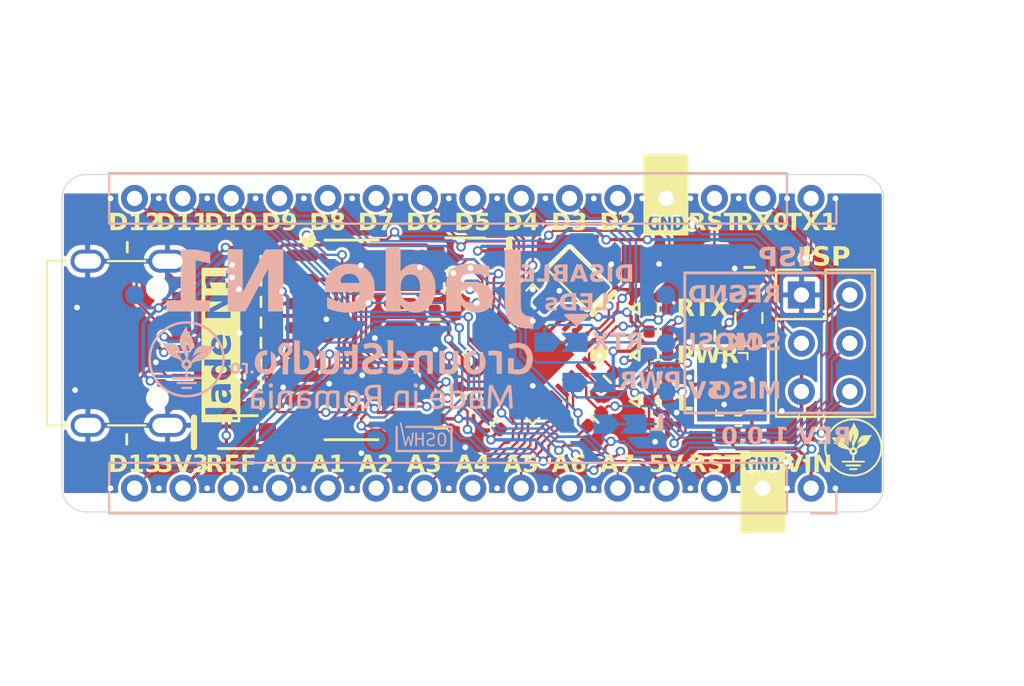
<source format=kicad_pcb>
(kicad_pcb (version 20221018) (generator pcbnew)
  (title_block (title "REV1.0.0 LTAYNO_GS JADE N1") (date "2024-01-05") (rev "1.0.0") (company "GroundStudio.ro") (comment 1 "Layout: Victor Nicula"))
  (layers (0 "F.Cu" power) (31 "B.Cu" power) (34 "B.Paste" user) (35 "F.Paste" user) (36 "B.SilkS" user "B.Silkscreen") (37 "F.SilkS" user "F.Silkscreen") (38 "B.Mask" user) (39 "F.Mask" user) (44 "Edge.Cuts" user))
  (net 0 "")
  (net 1 "GND")
  (net 2 "VIN")
  (net 3 "AREF")
  (net 4 "+5V")
  (net 5 "+3V3")
  (net 6 "Net-(D2-K)")
  (net 7 "D10")
  (net 8 "D9")
  (net 9 "D8")
  (net 10 "D7")
  (net 11 "D6")
  (net 12 "D5")
  (net 13 "D4")
  (net 14 "D3")
  (net 15 "D2")
  (net 16 "D13-SCK")
  (net 17 "A0")
  (net 18 "A1")
  (net 19 "A2")
  (net 20 "A3")
  (net 21 "A4")
  (net 22 "A5")
  (net 23 "A6")
  (net 24 "A7")
  (net 25 "D12-MISO")
  (net 26 "D+")
  (net 27 "D-")
  (net 28 "Net-(IC1-~{DTR})")
  (net 29 "D11-MOSI")
  (net 30 "D0-uC_RX")
  (net 31 "D1-uC_TX")
  (net 32 "XTAL1")
  (net 33 "XTAL2")
  (net 34 "+VBUS")
  (net 35 "Net-(IC1-D-)")
  (net 36 "Net-(IC1-D+)")
  (net 37 "Net-(LED1-A)")
  (net 39 "Net-(IC1-TX)")
  (net 41 "Net-(IC1-LED)")
  (net 42 "Net-(IC1-RX)")
  (net 47 "Net-(USB1-CC2)")
  (net 48 "Net-(USB1-CC1)")
  (net 49 "uC_Reset")
  (net 51 "Net-(J5-Pad2)")
  (net 53 "Net-(CR1-K)")
  (net 54 "Net-(LED1-K)")
  (net 55 "Net-(LED2-K)")
  (net 56 "Net-(LED3-A)")
  (net 57 "Net-(LED3-K)")
  (footprint "GS_Global6:USB_C_C167321" (layer "F.Cu") (at 154.806 90.805 -90)
    (fp_text reference "USB1")
    (fp_text value "USB_C_FULL")
  )
  (footprint "GS_Global6:LED_0402_alt" (layer "F.Cu") (at 183.73852 91.41206)
    (fp_text reference "LED3")
    (fp_text value "LED_0402_RED")
  )
  (footprint "GS_Global6:C_0402_alt" (layer "F.Cu") (at 172.24 95.265 -90)
    (fp_text reference "C7")
    (fp_text value "C_0402_100nF_16V")
  )
  (footprint "GS_Global6:Rsn_muRata_CSTxE-3Pin_3.2x1.3mm" (layer "F.Cu") (at 179.558 87.4068 135)
    (fp_text reference "Y1")
    (fp_text value "RSN_3P_3.2x1.3 CSTNE16M0V")
  )
  (footprint "GS_Global6:QFN-32-1EP_5x5_P0.5_EP3.1x3.1" (layer "F.Cu") (at 177.14464 91.3868 -135)
    (fp_text reference "U1")
    (fp_text value "ATmega328P-MU")
  )
  (footprint "GS_Global6:R_0402_alt" (layer "F.Cu") (at 188.53 86.815 -90)
    (fp_text reference "R4")
    (fp_text value "R_0402_10k")
  )
  (footprint "GS_Global6:R_0402_alt" (layer "F.Cu") (at 181.06 92.705 -135)
    (fp_text reference "R2")
    (fp_text value "R_0402_1k")
  )
  (footprint "GS_Global6:R_0402_alt" (layer "F.Cu") (at 180.4 94.795 45)
    (fp_text reference "R1")
    (fp_text value "R_0402_1k")
  )
  (footprint "GS_Global6:TS342A2P-WZ" (layer "F.Cu") (at 184.57 86.635)
    (fp_text reference "SW1")
    (fp_text value "TS342A2P-WZ")
  )
  (footprint "GS_Global6:R_0402_alt" (layer "F.Cu") (at 183.73852 92.61348 180)
    (fp_text reference "R6")
    (fp_text value "R_0402_2.2k")
  )
  (footprint "GS_Global6:C_0402_alt" (layer "F.Cu") (at 162.856 88.6256 180)
    (fp_text reference "C1")
    (fp_text value "C_0402_1uF_10V")
  )
  (footprint "GS_Global6:C_0402_alt" (layer "F.Cu") (at 171.99 89.5604 90)
    (fp_text reference "C2")
    (fp_text value "C_0402_100nF_16V")
  )
  (footprint "GS_Global6:SOP-16_150MIL" (layer "F.Cu") (at 167.6146 90.6272)
    (fp_text reference "IC1")
    (fp_text value "SOP-16_150MIL HT42B534-2")
  )
  (footprint "GS_Global6:R_0402_alt" (layer "F.Cu") (at 183.73852 90.19286)
    (fp_text reference "R3")
    (fp_text value "R_0402_10k")
  )
  (footprint "GS_Global6:TestPoint" (layer "F.Cu") (at 184.15 88.265)
    (fp_text reference "TP1")
    (fp_text value "Led_rtx")
  )
  (footprint "GS_Global6:TestPoint" (layer "F.Cu") (at 168.91 95.885)
    (fp_text reference "TP5")
    (fp_text value "DTR")
  )
  (footprint "GS_Global6:C_0402_alt" (layer "F.Cu") (at 186.71 90.406 180)
    (fp_text reference "C8")
    (fp_text value "C_0402_4.7uF_16V")
  )
  (footprint "GS_Global6:C_0402_alt" (layer "F.Cu") (at 172.49 87.905 180)
    (fp_text reference "C9")
    (fp_text value "C_0402_100nF_16V")
  )
  (footprint "GS_Global6:LED_0402_alt" (layer "F.Cu") (at 183.73612 88.9762)
    (fp_text reference "LED2")
    (fp_text value "LED_0402_GREEN")
  )
  (footprint "GS_Global6:LED_0402_alt" (layer "F.Cu") (at 183.73852 93.84284)
    (fp_text reference "LED1")
    (fp_text value "LED_0402_BLUE")
  )
  (footprint "GS_Global6:TestPoint" (layer "F.Cu") (at 156.21 88.265)
    (fp_text reference "TP3")
    (fp_text value "Vbus")
  )
  (footprint "GS_Global6:TestPoint" (layer "F.Cu") (at 184.15 93.345)
    (fp_text reference "TP4")
    (fp_text value "Led_d13")
  )
  (footprint "GS_Global6:C_0402_alt" (layer "F.Cu") (at 162.856 89.7178)
    (fp_text reference "C12")
    (fp_text value "C_0402_47pF_50V")
  )
  (footprint "GS_Global6:C_0402_alt" (layer "F.Cu") (at 162.8536 90.7846 180)
    (fp_text reference "C13")
    (fp_text value "C_0402_47pF_50V")
  )
  (footprint "GS_Global6:R_0402_alt" (layer "F.Cu") (at 162.856 87.508)
    (fp_text reference "R8")
    (fp_text value "R_0402_33")
  )
  (footprint "GS_Global6:R_0402_alt" (layer "F.Cu") (at 155.8012 95.8596)
    (fp_text reference "R9")
    (fp_text value "R_0402_5.1k")
  )
  (footprint "GS_Global6:R_0402_alt" (layer "F.Cu") (at 155.829 85.7504 180)
    (fp_text reference "R10")
    (fp_text value "R_0402_5.1k")
  )
  (footprint "GS_Global6:R_0402_alt" (layer "F.Cu") (at 183.73612 95.04172)
    (fp_text reference "R7")
    (fp_text value "R_0402_4.7k")
  )
  (footprint "GS_Global6:C_0402_alt" (layer "F.Cu") (at 162.856 93.985)
    (fp_text reference "C3")
    (fp_text value "C_0402_100nF_16V")
  )
  (footprint "GS_Global6:R_0402_alt" (layer "F.Cu") (at 162.85 86.475 180)
    (fp_text reference "R5")
    (fp_text value "R_0402_33")
  )
  (footprint "GS_Global6:SOT-23-3" (layer "F.Cu") (at 187.6044 92.964 180)
    (fp_text reference "U3")
    (fp_text value "SOT-23-3 SSP7603P50MR")
  )
  (footprint "GS_Global6:C_0603" (layer "F.Cu") (at 187.96 95.6564)
    (fp_text reference "C5")
    (fp_text value "C_0603_1uF_50V")
  )
  (footprint "GS_Global6:C_0402_alt" (layer "F.Cu") (at 162.856 91.8514)
    (fp_text reference "C11")
    (fp_text value "C_0402_100nF_16V")
  )
  (footprint "GS_Branding:GS_Logo2_3x3" (layer "F.Cu") (at 193.99 96.285)
    (fp_text reference "G***")
    (fp_text value "LOGO")
  )
  (footprint "GS_Global6:PinHeader_2x03_P2.54mm_Vertical_Male" (layer "F.Cu") (at 191.262 88.265)
    (fp_text reference "J3")
    (fp_text value "PinHeader_2x03_P2.54_V_M")
  )
  (footprint "GS_Global6:SOD-123" (layer "F.Cu") (at 173.609 86.1314 180)
    (fp_text reference "CR1")
    (fp_text value "SOD-123 B0520LW")
  )
  (footprint "GS_Global6:C_0402_alt" (layer "F.Cu") (at 175.0822 94.996 135)
    (fp_text reference "C6")
    (fp_text value "C_0402_4.7uF_16V")
  )
  (footprint "GS_Global6:C_0402_alt" (layer "F.Cu") (at 173.609 93.5482 -45)
    (fp_text reference "C4")
    (fp_text value "C_0402_100nF_16V")
  )
  (footprint "GS_Global6:SOD-123" (layer "F.Cu") (at 161.6202 95.4786)
    (fp_text reference "D2")
    (fp_text value "SOD-123 B0520LW")
  )
  (footprint "GS_Global6:C_0402_alt" (layer "F.Cu") (at 162.856 92.9182)
    (fp_text reference "C10")
    (fp_text value "C_0402_4.7uF_16V")
  )
  (footprint "GS_Global6:TestPoint" (layer "F.Cu") (at 184.15 90.805)
    (fp_text reference "TP2")
    (fp_text value "Led_power")
  )
  (footprint "kibuzzard-6597D047" (layer "F.Cu") (at 184.14 83.005)
    (fp_text reference "kibuzzard-6597D047" hide)
    (fp_text value "G***" hide)
  )
  (footprint "GS_Global6:Fuse_0805" (layer "F.Cu") (at 188.5 89.476 90)
    (fp_text reference "F1")
    (fp_text value "Fuse_0805_MF-PSMF050X-2")
  )
  (footprint "kibuzzard-6597D01D" (layer "F.Cu") (at 189.23 98.645)
    (fp_text reference "kibuzzard-6597D01D" hide)
    (fp_text value "G***" hide)
  )
  (footprint "GS_Global6:PinHeader_1x15_P2.54mm_Vertical_Male" (layer "B.Cu") (at 191.77 83.185 90)
    (fp_text reference "J1")
    (fp_text value "PinHeader_1x15_P2.54_V_M")
  )
  (footprint "GS_Global6:PinHeader_1x15_P2.54mm_Vertical_Male" (layer "B.Cu") (at 191.77 98.425 90)
    (fp_text reference "J2")
    (fp_text value "PinHeader_1x15_P2.54_V_M")
  )
  (footprint "GS_Branding:GS_Made in Romania_13.8x1.4" (layer "B.Cu") (at 169.224111 93.548246 180)
    (fp_text reference "G***")
    (fp_text value "LOGO")
  )
  (footprint "GS_Branding:GS_.ro_1.2x0.6" (layer "B.Cu") (at 161.86328 92.11678 180)
    (fp_text reference "G***")
    (fp_text value "LOGO")
  )
  (footprint "GS_Branding:GS_GroundStudio_14.6x1.8" (layer "B.Cu") (at 169.83888 91.53258 180)
    (fp_text reference "G***")
    (fp_text value "LOGO")
  )
  (footprint "GS_Branding:GS_Logo2_4x4" (layer "B.Cu") (at 158.94482 91.65196 180)
    (fp_text reference "G***")
    (fp_text value "LOGO")
  )
  (footprint "GS_Global6:SolderJumper_NC_Default" (layer "B.Cu") (at 178.62804 90.75496)
    (fp_text reference "J5")
    (fp_text value "RTX LED DISABLE")
  )
  (footprint "GS_Global6:SolderJumper_NC_Default" (layer "B.Cu") (at 180.0987 92.86786)
    (fp_text reference "J6")
    (fp_text value "PWR LED DISABLE")
  )
  (footprint "GS_Global6:SolderJumper_NC_Default" (layer "B.Cu") (at 181.7243 95.05696)
    (fp_text reference "J4")
    (fp_text value "D13 LED DISABLE")
  )
  (footprint "LOGO" (layer "B.Cu") (at 171.43 95.746 180)
    (fp_text reference "G***")
    (fp_text value "LOGO")
  )
  (gr_poly (pts (xy 178.88 89.335) (xy 180.02 89.335) (xy 179.46 89.815)) (stroke (width 0.1524)) (fill solid) (layer "B.SilkS"))
  (gr_rect (start 185.13 87.105) (end 194.98 94.475) (stroke (width 0.1524)) (fill none) (layer "B.SilkS"))
  (gr_line (start 153.67 99.676) (end 194.31 99.676) (stroke (width 0.05)) (layer "Edge.Cuts"))
  (gr_arc (start 153.67 99.676) (mid 152.771974 99.304026) (end 152.4 98.406) (stroke (width 0.05)) (layer "Edge.Cuts"))
  (gr_line (start 195.58 83.204) (end 195.58 98.406) (stroke (width 0.05)) (layer "Edge.Cuts"))
  (gr_line (start 152.4 98.406) (end 152.4 83.204) (stroke (width 0.05)) (layer "Edge.Cuts"))
  (gr_line (start 153.67 81.934) (end 194.31 81.934) (stroke (width 0.05)) (layer "Edge.Cuts"))
  (gr_arc (start 195.58 98.406) (mid 195.208026 99.304026) (end 194.31 99.676) (stroke (width 0.05)) (layer "Edge.Cuts"))
  (gr_arc (start 152.4 83.204) (mid 152.771974 82.305974) (end 153.67 81.934) (stroke (width 0.05)) (layer "Edge.Cuts"))
  (gr_arc (start 194.31 81.934) (mid 195.208026 82.305974) (end 195.58 83.204) (stroke (width 0.05)) (layer "Edge.Cuts"))
  (gr_text "MISO" (at 190.2 93.345) (layer "B.SilkS") (effects (font (size 0.9 0.9) (thickness 0.12192) bold) (justify left mirror)))
  (gr_text "GND" (at 185.3 88.285) (layer "B.SilkS") (effects (font (size 0.9 0.9) (thickness 0.12192) bold) (justify right mirror)))
  (gr_text "5V" (at 185.3 93.345) (layer "B.SilkS") (effects (font (size 0.9 0.9) (thickness 0.12192) bold) (justify right mirror)))
  (gr_text "MOSI" (at 185.3 90.805) (layer "B.SilkS") (effects (font (size 0.9 0.9) (thickness 0.12192) bold) (justify right mirror)))
  (gr_text "SCK" (at 190.2 90.805) (layer "B.SilkS") (effects (font (size 0.9 0.9) (thickness 0.12192) bold) (justify left mirror)))
  (gr_text "RES" (at 190.2 88.285) (layer "B.SilkS") (effects (font (size 0.9 0.9) (thickness 0.12192) bold) (justify left mirror)))
  (gr_text "DISABLE\nLEDs" (at 179.47 87.955) (layer "B.SilkS") (effects (font (size 0.9 0.9) (thickness 0.12192) bold) (justify mirror)))
  (gr_text "PWR" (at 181.68 92.825) (layer "B.SilkS") (effects (font (size 0.9 0.9) (thickness 0.12192) bold) (justify right mirror)))
  (gr_text "RTX" (at 180.23 90.775) (layer "B.SilkS") (effects (font (size 0.9 0.9) (thickness 0.12192) bold) (justify right mirror)))
  (gr_text "L" (at 183.31 95.045) (layer "B.SilkS") (effects (font (size 0.9 0.9) (thickness 0.12192) bold) (justify right mirror)))
  (gr_text "REV 1.0.0" (at 190.46 95.736) (layer "B.SilkS") (effects (font (size 0.9 0.9) (thickness 0.12192) bold) (justify mirror)))
  (gr_text "ISP" (at 190.27 86.335) (layer "B.SilkS") (effects (font (size 1 1) (thickness 0.12192) bold) (justify mirror)))
  (gr_text "Jade N1" (at 167.25 87.806) (layer "B.SilkS") (effects (font (size 3.2 3.2) (thickness 0.64) bold) (justify mirror)))
  (gr_text "D11" (at 158.7274 84.485) (layer "F.SilkS") (effects (font (size 0.9 0.9) (thickness 0.12192) bold)))
  (gr_text "D10\n" (at 161.2574 84.485) (layer "F.SilkS") (effects (font (size 0.9 0.9) (thickness 0.12192) bold)))
  (gr_text "D9\n" (at 163.82 84.485) (layer "F.SilkS") (effects (font (size 0.9 0.9) (thickness 0.12192) bold)))
  (gr_text "D8\n" (at 166.3574 84.485) (layer "F.SilkS") (effects (font (size 0.9 0.9) (thickness 0.12192) bold)))
  (gr_text "D7\n" (at 168.9074 84.485) (layer "F.SilkS") (effects (font (size 0.9 0.9) (thickness 0.12192) bold)))
  (gr_text "D6\n" (at 171.4374 84.485) (layer "F.SilkS") (effects (font (size 0.9 0.9) (thickness 0.12192) bold)))
  (gr_text "D5\n" (at 173.9774 84.485) (layer "F.SilkS") (effects (font (size 0.9 0.9) (thickness 0.12192) bold)))
  (gr_text "D3\n" (at 179.0674 84.485) (layer "F.SilkS") (effects (font (size 0.9 0.9) (thickness 0.12192) bold)))
  (gr_text "D2\n" (at 181.6074 84.485) (layer "F.SilkS") (effects (font (size 0.9 0.9) (thickness 0.12192) bold)))
  (gr_text "RST" (at 186.6674 84.485) (layer "F.SilkS") (effects (font (size 0.9 0.9) (thickness 0.12192) bold)))
  (gr_text "RX0" (at 189.2174 84.485) (layer "F.SilkS") (effects (font (size 0.9 0.9) (thickness 0.12192) bold)))
  (gr_text "TX1" (at 191.7874 84.485) (layer "F.SilkS") (effects (font (size 0.9 0.9) (thickness 0.12192) bold)))
  (gr_text "VIN" (at 191.64 97.205) (layer "F.SilkS") (effects (font (size 0.9 0.9) (thickness 0.12192) bold)))
  (gr_text "RST" (at 186.7074 97.205) (layer "F.SilkS") (effects (font (size 0.9 0.9) (thickness 0.12192) bold)))
  (gr_text "5V" (at 184.1574 97.205) (layer "F.SilkS") (effects (font (size 0.9 0.9) (thickness 0.12192) bold)))
  (gr_text "A7" (at 181.5974 97.205) (layer "F.SilkS") (effects (font (size 0.9 0.9) (thickness 0.12192) bold)))
  (gr_text "A6" (at 179.0574 97.205) (layer "F.SilkS") (effects (font (size 0.9 0.9) (thickness 0.12192) bold)))
  (gr_text "A5" (at 176.5274 97.205) (layer "F.SilkS") (effects (font (size 0.9 0.9) (thickness 0.12192) bold)))
  (gr_text "A4" (at 173.9874 97.205) (layer "F.SilkS") (effects (font (size 0.9 0.9) (thickness 0.12192) bold)))
  (gr_text "A3" (at 171.4374 97.205) (layer "F.SilkS") (effects (font (size 0.9 0.9) (thickness 0.12192) bold)))
  (gr_text "A2" (at 168.9074 97.205) (layer "F.SilkS") (effects (font (size 0.9 0.9) (thickness 0.12192) bold)))
  (gr_text "A1" (at 166.3674 97.205) (layer "F.SilkS") (effects (font (size 0.9 0.9) (thickness 0.12192) bold)))
  (gr_text "A0" (at 163.8274 97.205) (layer "F.SilkS") (effects (font (size 0.9 0.9) (thickness 0.12192) bold)))
  (gr_text "REF" (at 161.2774 97.205) (layer "F.SilkS") (effects (font (size 0.9 0.9) (thickness 0.12192) bold)))
  (gr_text "D13" (at 156.22 97.205) (layer "F.SilkS") (effects (font (size 0.9 0.9) (thickness 0.12192) bold)))
  (gr_text "D4\n" (at 176.52 84.485) (layer "F.SilkS") (effects (font (size 0.9 0.9) (thickness 0.12192) bold)))
  (gr_text "3V3" (at 158.7474 97.205) (layer "F.SilkS") (effects (font (size 0.9 0.9) (thickness 0.12192) bold)))
  (gr_text "PWR" (at 184.7 91.4654) (layer "F.SilkS") (effects (font (size 0.9 0.9) (thickness 0.12192) bold) (justify left)))
  (gr_text "Jade N1" (at 161.48 90.785 90) (layer "F.SilkS" knockout) (effects (font (size 1.3 1.3) (thickness 0.1524) bold) (justify bottom)))
  (gr_text "D12" (at 156.23 84.485) (layer "F.SilkS") (effects (font (size 0.9 0.9) (thickness 0.12192) bold)))
  (gr_text "RTX\n" (at 184.7 89.0016) (layer "F.SilkS") (effects (font (size 0.9 0.9) (thickness 0.12192) bold) (justify left)))
  (gr_text "L" (at 184.7 93.9292) (layer "F.SilkS") (effects (font (size 1 1) (thickness 0.12192) bold) (justify left)))
  (gr_text "ISP" (at 192.57 86.305) (layer "F.SilkS") (effects (font (size 1 1) (thickness 0.12192) bold)))
  (segment (start 158.53946 93.85554) (end 157.946 94.449) (width 0.175857) (layer "F.Cu") (net 1))
  (segment (start 158.60454 87.75954) (end 158.68662 87.75954) (width 0.175857) (layer "F.Cu") (net 1))
  (segment (start 157.9372 87.0922) (end 158.60454 87.75954) (width 0.175857) (layer "F.Cu") (net 1))
  (segment (start 178.9198 88.045) (end 179.558 87.4068) (width 0.175857) (layer "F.Cu") (net 1))
  (segment (start 157.9372 86.487) (end 157.9372 87.0922) (width 0.175857) (layer "F.Cu") (net 1))
  (segment (start 174.36 95.032306) (end 174.739253 94.653053) (width 0.175857) (layer "F.Cu") (net 1))
  (segment (start 157.946 94.449) (end 157.946 95.125) (width 0.175857) (layer "F.Cu") (net 1))
  (segment (start 158.86696 87.64016) (end 158.90748 87.64016) (width 0.175857) (layer "F.Cu") (net 1))
  (segment (start 175.567616 93.287149) (end 175.597844 93.287149) (width 0.175857) (layer "F.Cu") (net 1))
  (segment (start 174.963618 93.891147) (end 175.567616 93.287149) (width 0.175857) (layer "F.Cu") (net 1))
  (segment (start 158.68662 93.85554) (end 158.68662 94.15526) (width 0.175857) (layer "F.Cu") (net 1))
  (segment (start 188.6544 95.5633) (end 188.7475 95.6564) (width 0.175857) (layer "F.Cu") (net 1))
  (segment (start 158.68662 87.45982) (end 158.86696 87.64016) (width 0.175857) (layer "F.Cu") (net 1))
  (segment (start 172.24 95.75) (end 172.313492 95.823492) (width 0.175857) (layer "F.Cu") (net 1))
  (segment (start 174.36 95.385) (end 174.36 95.032306) (width 0.175857) (layer "F.Cu") (net 1))
  (segment (start 158.68662 93.85554) (end 158.53946 93.85554) (width 0.175857) (layer "F.Cu") (net 1))
  (segment (start 174.739253 94.115512) (end 175.567616 93.287149) (width 0.175857) (layer "F.Cu") (net 1))
  (segment (start 178.691436 89.486451) (end 177.14464 91.033247) (width 0.175857) (layer "F.Cu") (net 1))
  (segment (start 178.2053 91.3868) (end 177.14464 91.3868) (width 0.175857) (layer "F.Cu") (net 1))
  (segment (start 158.68662 87.45982) (end 158.68662 87.75954) (width 0.175857) (layer "F.Cu") (net 1))
  (segment (start 188.6544 93.914) (end 188.6544 95.5633) (width 0.175857) (layer "F.Cu") (net 1))
  (segment (start 178.54 88.045) (end 178.9198 88.045) (width 0.175857) (layer "F.Cu") (net 1))
  (segment (start 173.921508 95.823492) (end 174.36 95.385) (width 0.175857) (layer "F.Cu") (net 1))
  (segment (start 159.01162 94.15526) (end 159.01162 93.85554) (width 0.175857) (layer "F.Cu") (net 1))
  (segment (start 177.14464 91.033247) (end 177.14464 91.3868) (width 0.175857) (layer "F.Cu") (net 1))
  (segment (start 173.951947 93.891147) (end 174.963618 93.891147) (width 0.175857) (layer "F.Cu") (net 1))
  (segment (start 174.739253 94.653053) (end 174.739253 94.115512) (width 0.175857) (layer "F.Cu") (net 1))
  (segment (start 177.14464 91.740353) (end 177.14464 91.3868) (width 0.175857) (layer "F.Cu") (net 1))
  (segment (start 179.398543 90.193557) (end 178.2053 91.3868) (width 0.175857) (layer "F.Cu") (net 1))
  (segment (start 172.313492 95.823492) (end 173.921508 95.823492) (width 0.175857) (layer "F.Cu") (net 1))
  (segment (start 175.597844 93.287149) (end 177.14464 91.740353) (width 0.175857) (layer "F.Cu") (net 1))
  (via (at 166.44 92.936) (size 0.5) (drill 0.3) (layers "F.Cu" "B.Cu") (net 1))
  (via (at 168.1734 92.48648) (size 0.5) (drill 0.3) (layers "F.Cu" "B.Cu") (net 1))
  (via (at 173.59 96.276) (size 0.5) (drill 0.3) (layers "F.Cu" "B.Cu") (net 1))
  (via (at 177.14 89.635) (size 0.5) (drill 0.3) (layers "F.Cu" "B.Cu") (net 1))
  (via (at 157.49 98.435) (size 0.5) (drill 0.3) (layers "F.Cu" "B.Cu") (net 1))
  (via (at 185.43 83.185) (size 0.5) (drill 0.3) (layers "F.Cu" "B.Cu") (net 1))
  (via (at 193.05 83.185) (size 0.5) (drill 0.3) (layers "F.Cu" "B.Cu") (net 1))
  (via (at 153.1874 88.9254) (size 0.5) (drill 0.3) (layers "F.Cu" "B.Cu") (net 1))
  (via (at 187.97 98.435) (size 0.5) (drill 0.3) (layers "F.Cu" "B.Cu") (net 1))
  (via (at 181.27 86.645) (size 0.5) (drill 0.3) (layers "F.Cu" "B.Cu") (net 1))
  (via (at 185.37 92.595) (size 0.5) (drill 0.3) (layers "F.Cu" "B.Cu") (net 1))
  (via (at 175.27 83.185) (size 0.5) (drill 0.3) (layers "F.Cu" "B.Cu") (net 1))
  (via (at 165.11 83.185) (size 0.5) (drill 0.3) (layers "F.Cu" "B.Cu") (net 1))
  (via (at 185.43 98.435) (size 0.5) (drill 0.3) (layers "F.Cu" "B.Cu") (net 1))
  (via (at 164.02 93.126) (size 0.5) (drill 0.3) (layers "F.Cu" "B.Cu") (net 1))
  (via (at 172.73 98.435) (size 0.5) (drill 0.3) (layers "F.Cu" "B.Cu") (net 1))
  (via (at 161.7 87.965) (size 0.5) (drill 0.3) (layers "F.Cu" "B.Cu") (net 1))
  (via (at 157.49 83.185) (size 0.5) (drill 0.3) (layers "F.Cu" "B.Cu") (net 1))
  (via (at 190.51 98.435) (size 0.5) (drill 0.3) (layers "F.Cu" "B.Cu") (net 1))
  (via (at 187.76 86.865) (size 0.5) (drill 0.3) (layers "F.Cu" "B.Cu") (net 1))
  (via (at 160.03 98.435) (size 0.5) (drill 0.3) (layers "F.Cu" "B.Cu") (net 1))
  (via (at 161.726 90.265) (size 0.5) (drill 0.3) (layers "F.Cu" "B.Cu") (net 1))
  (via (at 168.84142 90.53322) (size 0.5) (drill 0.3) (layers "F.Cu" "B.Cu") (net 1))
  (via (at 167.65 98.435) (size 0.5) (drill 0.3) (layers "F.Cu" "B.Cu") (net 1))
  (via (at 171.2 86.815) (size 0.5) (drill 0.3) (layers "F.Cu" "B.Cu") (net 1))
  (via (at 183.57 95.985) (size 0.5) (drill 0.3) (layers "F.Cu" "B.Cu") (net 1))
  (via (at 170.19 98.435) (size 0.5) (drill 0.3) (layers "F.Cu" "B.Cu") (net 1))
  (via (at 175.27 98.435) (size 0.5) (drill 0.3) (layers "F.Cu" "B.Cu") (net 1))
  (via (at 153.0858 93.2688) (size 0.5) (drill 0.3) (layers "F.Cu" "B.Cu") (net 1))
  (via (at 177.14 93.045) (size 0.5) (drill 0.3) (layers "F.Cu" "B.Cu") (net 1))
  (via (at 154.95 83.185) (size 0.5) (drill 0.3) (layers "F.Cu" "B.Cu") (net 1))
  (via (at 187.97 83.185) (size 0.5) (drill 0.3) (layers "F.Cu" "B.Cu") (net 1))
  (via (at 172.73 83.185) (size 0.5) (drill 0.3) (layers "F.Cu" "B.Cu") (net 1))
  (via (at 177.81 98.435) (size 0.5) (drill 0.3) (layers "F.Cu" "B.Cu") (net 1))
  (via (at 182.89 98.435) (size 0.5) (drill 0.3) (layers "F.Cu" "B.Cu") (net 1))
  (via (at 162.57 98.435) (size 0.5) (drill 0.3) (layers "F.Cu" "B.Cu") (net 1))
  (via (at 190.51 83.185) (size 0.5) (drill 0.3) (layers "F.Cu" "B.Cu") (net 1))
  (via (at 172.03 91.135) (size 0.5) (drill 0.3) (layers "F.Cu" "B.Cu") (net 1))
  (via (at 167.65 83.185) (size 0.5) (drill 0.3) (layers "F.Cu" "B.Cu") (net 1))
  (via (at 183.78 86.635) (size 0.5) (drill 0.3) (layers "F.Cu" "B.Cu") (net 1))
  (via (at 154.95 98.435) (size 0.5) (drill 0.3) (layers "F.Cu" "B.Cu") (net 1))
  (via (at 166.29 89.545) (size 0.5) (drill 0.3) (layers "F.Cu" "B.Cu") (net 1))
  (via (at 193.05 98.435) (size 0.5) (drill 0.3) (layers "F.Cu" "B.Cu") (net 1))
  (via (at 165.11 98.435) (size 0.5) (drill 0.3) (layers "F.Cu" "B.Cu") (net 1))
  (via (at 180.35 98.435) (size 0.5) (drill 0.3) (layers "F.Cu" "B.Cu") (net 1))
  (via (at 177.81 83.185) (size 0.5) (drill 0.3) (layers "F.Cu" "B.Cu") (net 1))
  (via (at 168.11 86.705) (size 0.5) (drill 0.3) (layers "F.Cu" "B.Cu") (net 1))
  (via (at 171.34 93.116) (size 0.5) (drill 0.3) (layers "F.Cu" "B.Cu") (net 1))
  (via (at 162.57 83.185) (size 0.5) (drill 0.3) (layers "F.Cu" "B.Cu") (net 1))
  (via (at 157.33 91.805) (size 0.5) (drill 0.3) (layers "F.Cu" "B.Cu") (net 1))
  (via (at 170.19 83.185) (size 0.5) (drill 0.3) (layers "F.Cu" "B.Cu") (net 1))
  (via (at 168.13 96.586) (size 0.5) (drill 0.3) (layers "F.Cu" "B.Cu") (net 1))
  (via (at 180.35 83.185) (size 0.5) (drill 0.3) (layers "F.Cu" "B.Cu") (net 1))
  (via (at 185.37 90.736) (size 0.5) (drill 0.3) (layers "F.Cu" "B.Cu") (net 1))
  (via (at 160.03 83.185) (size 0.5) (drill 0.3) (layers "F.Cu" "B.Cu") (net 1))
  (via (at 182.89 83.185) (size 0.5) (drill 0.3) (layers "F.Cu" "B.Cu") (net 1))
  (via (at 178.54 88.045) (size 0.5) (drill 0.3) (layers "F.Cu" "B.Cu") (net 1))
  (via (at 177.14 87.975) (size 0.5) (drill 0.3) (layers "F.Cu" "B.Cu") (net 1))
  (via (at 190.23 94.365) (size 0.5) (drill 0.3) (layers "F.Cu" "B.Cu") (net 1))
  (via (at 184.7 94.455) (size 0.5) (drill 0.3) (layers "F.Cu" "B.Cu") (net 1))
  (segment (start 177.14 89.285) (end 177.6 88.825) (width 0.175857) (layer "B.Cu") (net 1))
  (segment (start 185.5928 95.185) (end 185.51 95.1022) (width 0.175857) (layer "F.Cu") (net 2))
  (segment (start 187.8711 96.355) (end 187.1725 95.6564) (width 0.175857) (layer "F.Cu") (net 2))
  (segment (start 191.77 97.095) (end 191.03 96.355) (width 0.175857) (layer "F.Cu") (net 2))
  (segment (start 185.51 95.1022) (end 185.51 93.153) (width 0.175857) (layer "F.Cu") (net 2))
  (segment (start 187.1725 95.6564) (end 186.7011 95.185) (width 0.175857) (layer "F.Cu") (net 2))
  (segment (start 185.699 92.964) (end 186.5544 92.964) (width 0.175857) (layer "F.Cu") (net 2))
  (segment (start 191.77 98.425) (end 191.77 97.095) (width 0.175857) (layer "F.Cu") (net 2))
  (segment (start 185.51 93.153) (end 185.699 92.964) (width 0.175857) (layer "F.Cu") (net 2))
  (segment (start 191.03 96.355) (end 187.8711 96.355) (width 0.175857) (layer "F.Cu") (net 2))
  (segment (start 186.7011 95.185) (end 185.5928 95.185) (width 0.175857) (layer "F.Cu") (net 2))
  (segment (start 174.967144 93.210743) (end 175.244291 92.933596) (width 0.175857) (layer "F.Cu") (net 3))
  (segment (start 172.66 93.695) (end 173.144257 93.210743) (width 0.175857) (layer "F.Cu") (net 3))
  (segment (start 173.144257 93.210743) (end 174.967144 93.210743) (width 0.175857) (layer "F.Cu") (net 3))
  (via (at 172.66 93.695) (size 0.5) (drill 0.3) (layers "F.Cu" "B.Cu") (net 3))
  (segment (start 161.29 97.3582) (end 161.29 98.425) (width 0.175857) (layer "B.Cu") (net 3))
  (segment (start 170.786 91.821) (end 166.8272 91.821) (width 0.175857) (layer "B.Cu") (net 3))
  (segment (start 166.8272 91.821) (end 161.29 97.3582) (width 0.175857) (layer "B.Cu") (net 3))
  (segment (start 172.66 93.695) (end 170.786 91.821) (width 0.175857) (layer "B.Cu") (net 3))
  (segment (start 179.044989 89.840004) (end 179.317305 89.567688) (width 0.175857) (layer "F.Cu") (net 4))
  (segment (start 172.72 90.575) (end 172.72 90.759711) (width 0.175857) (layer "F.Cu") (net 4))
  (segment (start 171.5134 94.78) (end 172.24 94.78) (width 0.175857) (layer "F.Cu") (net 4))
  (segment (start 174.264869 92.498804) (end 174.537184 92.226489) (width 0.175857) (layer "F.Cu") (net 4))
  (segment (start 182.64 89.973096) (end 182.64 90.41598) (width 0.175857) (layer "F.Cu") (net 4))
  (segment (start 167.23 90.725506) (end 167.398428 90.557078) (width 0.175857) (layer "F.Cu") (net 4))
  (segment (start 181.263757 97.035) (end 182.76 97.035) (width 0.175857) (layer "F.Cu") (net 4))
  (segment (start 182.73 90.805) (end 183.02902 90.805) (width 0.175857) (layer "F.Cu") (net 4))
  (segment (start 171.1706 94.4372) (end 171.5134 94.78) (width 0.175857) (layer "F.Cu") (net 4))
  (segment (start 179.17 88.845) (end 179.744346 89.419346) (width 0.175857) (layer "F.Cu") (net 4))
  (segment (start 191.262 93.345) (end 191.262 92.207) (width 0.175857) (layer "F.Cu") (net 4))
  (segment (start 167.398428 86.656572) (end 167.8728 86.1822) (width 0.175857) (layer "F.Cu") (net 4))
  (segment (start 163.3316 95.615) (end 163.1952 95.4786) (width 0.175857) (layer "F.Cu") (net 4))
  (segment (start 173.24 94.765) (end 173.225 94.78) (width 0.175857) (layer "F.Cu") (net 4))
  (segment (start 182.76 97.035) (end 184.15 98.425) (width 0.175857) (layer "F.Cu") (net 4))
  (segment (start 174.946 95.886366) (end 174.946 95.818094) (width 0.175857) (layer "F.Cu") (net 4))
  (segment (start 172.72 90.575) (end 172.72 89.8054) (width 0.175857) (layer "F.Cu") (net 4))
  (segment (start 191.262 95.827) (end 191.262 93.345) (width 0.175857) (layer "F.Cu") (net 4))
  (segment (start 168.82 94.246) (end 169.0112 94.4372) (width 0.175857) (layer "F.Cu") (net 4))
  (segment (start 167.67 94.185) (end 166.24 95.615) (width 0.175857) (layer "F.Cu") (net 4))
  (segment (start 181.37 91.225) (end 182.31 91.225) (width 0.175857) (layer "F.Cu") (net 4))
  (segment (start 174.946 95.818094) (end 175.425147 95.338947) (width 0.175857) (layer "F.Cu") (net 4))
  (segment (start 190.09 96.665) (end 185.91 96.665) (width 0.175857) (layer "F.Cu") (net 4))
  (segment (start 167.23 93.345) (end 167.23 90.725506) (width 0.175857) (layer "F.Cu") (net 4))
  (segment (start 182.306932 89.391932) (end 182.306932 89.640028) (width 0.175857) (layer "F.Cu") (net 4))
  (segment (start 186.5675 88.7085) (end 188.33 88.7085) (width 0.175857) (layer "F.Cu") (net 4))
  (segment (start 172.72 90.759711) (end 173.4312 91.470911) (width 0.175857) (layer "F.Cu") (net 4))
  (segment (start 182.09 89.175) (end 182.306932 89.391932) (width 0.175857) (layer "F.Cu") (net 4))
  (segment (start 190.28 91.225) (end 190.28 89.553428) (width 0.175857) (layer "F.Cu") (net 4))
  (segment (start 166.24 95.615) (end 163.3316 95.615) (width 0.175857) (layer "F.Cu") (net 4))
  (segment (start 189.4376 88.717356) (end 189.4376 87.649318) (width 0.175857) (layer "F.Cu") (net 4))
  (segment (start 173.4312 91.470911) (end 173.4312 92.09845) (width 0.175857) (layer "F.Cu") (net 4))
  (segment (start 169.0112 94.4372) (end 171.1706 94.4372) (width 0.175857) (layer "F.Cu") (net 4))
  (segment (start 173.4312 92.09845) (end 173.831554 92.498804) (width 0.175857) (layer "F.Cu") (net 4))
  (segment (start 179.317305 89.567688) (end 179.465647 89.419346) (width 0.175857) (layer "F.Cu") (net 4))
  (segment (start 186.5675 88.7085) (end 186.2998 88.9762) (width 0.175857) (layer "F.Cu") (net 4))
  (segment (start 180.35 97.485) (end 180.617572 97.217428) (width 0.175857) (layer "F.Cu") (net 4))
  (segment (start 190.273672 89.553428) (end 189.4376 88.717356) (width 0.175857) (layer "F.Cu") (net 4))
  (segment (start 182.64 90.41598) (end 183.02902 90.805) (width 0.175857) (layer "F.Cu") (net 4))
  (segment (start 183.02902 90.805) (end 184.471 90.805) (width 0.175857) (layer "F.Cu") (net 4))
  (segment (start 189.4376 87.649318) (end 189.088282 87.3) (width 0.175857) (layer "F.Cu") (net 4))
  (segment (start 189.088282 87.3) (end 188.53 87.3) (width 0.175857) (layer "F.Cu") (net 4))
  (segment (start 188.5 88.5385) (end 188.53 88.5085) (width 0.175857) (layer "F.Cu") (net 4))
  (segment (start 173.831554 92.498804) (end 174.264869 92.498804) (width 0.175857) (layer "F.Cu") (net 4))
  (segment (start 167.8728 86.1822) (end 170.2146 86.1822) (width 0.175857) (layer "F.Cu") (net 4))
  (segment (start 188.53 88.5085) (end 188.53 87.3) (width 0.175857) (layer "F.Cu") (net 4))
  (segment (start 182.31 91.225) (end 182.73 90.805) (width 0.175857) (layer "F.Cu") (net 4))
  (segment (start 167.67 93.785) (end 167.67 94.185) (width 0.175857) (layer "F.Cu") (net 4))
  (segment (start 167.67 93.785) (end 167.23 93.345) (width 0.175857) (layer "F.Cu") (net 4))
  (segment (start 186.2998 88.9762) (end 184.22112 88.9762) (width 0.175857) (layer "F.Cu") (net 4))
  (segment (start 180.617572 97.217428) (end 181.081329 97.217428) (width 0.175857) (layer "F.Cu") (net 4))
  (segment (start 181.081329 97.217428) (end 181.263757 97.035) (width 0.175857) (layer "F.Cu") (net 4))
  (segment (start 190.47 97.045) (end 190.09 96.665) (width 0.175857) (layer "F.Cu") (net 4))
  (segment (start 179.744346 89.419346) (end 180.585036 89.419346) (width 0.175857) (layer "F.Cu") (net 4))
  (segment (start 182.306932 89.640028) (end 182.64 89.973096) (width 0.175857) (layer "F.Cu") (net 4))
  (segment (start 191.262 92.207) (end 190.28 91.225) (width 0.175857) (layer "F.Cu") (net 4))
  (segment (start 188.33 88.7085) (end 188.5 88.5385) (width 0.175857) (layer "F.Cu") (net 4))
  (segment (start 185.91 96.665) (end 184.15 98.425) (width 0.175857) (layer "F.Cu") (net 4))
  (segment (start 179.465647 89.419346) (end 180.585036 89.419346) (width 0.175857) (layer "F.Cu") (net 4))
  (segment (start 172.72 89.8054) (end 171.99 89.0754) (width 0.175857) (layer "F.Cu") (net 4))
  (segment (start 173.225 94.78) (end 172.24 94.78) (width 0.175857) (layer "F.Cu") (net 4))
  (segment (start 178.337883 89.132897) (end 178.62578 88.845) (width 0.175857) (layer "F.Cu") (net 4))
  (segment (start 191.8 96.365) (end 191.262 95.827) (width 0.175857) (layer "F.Cu") (net 4))
  (segment (start 190.28 89.553428) (end 190.273672 89.553428) (width 0.175857) (layer "F.Cu") (net 4))
  (segment (start 184.471 90.805) (end 186.5675 88.7085) (width 0.175857) (layer "F.Cu") (net 4))
  (segment (start 167.398428 90.557078) (end 167.398428 86.656572) (width 0.175857) (layer "F.Cu") (net 4))
  (segment (start 178.62578 88.845) (end 179.17 88.845) (width 0.175857) (layer "F.Cu") (net 4))
  (via (at 168.82 94.246) (size 0.5) (drill 0.3) (layers "F.Cu" "B.Cu") (net 4))
  (via (at 167.67 93.785) (size 0.5) (drill 0.3) (layers "F.Cu" "B.Cu") (net 4))
  (via (at 191.8 96.365) (size 0.5) (drill 0.3) (layers "F.Cu" "B.Cu") (net 4))
  (via (at 180.585036 89.419346) (size 0.5) (drill 0.3) (layers "F.Cu" "B.Cu") (net 4))
  (via (at 172.72 90.575) (size 0.5) (drill 0.3) (layers "F.Cu" "B.Cu") (net 4))
  (via (at 180.35 97.485) (size 0.5) (drill 0.3) (layers "F.Cu" "B.Cu") (net 4))
  (via (at 182.09 89.175) (size 0.5) (drill 0.3) (layers "F.Cu" "B.Cu") (net 4))
  (via (at 181.37 91.225) (size 0.5) (drill 0.3) (layers "F.Cu" "B.Cu") (net 4))
  (via (at 190.47 97.045) (size 0.5) (drill 0.3) (layers "F.Cu" "B.Cu") (net 4))
  (via (at 173.24 94.765) (size 0.5) (drill 0.3) (layers "F.Cu" "B.Cu") (net 4))
  (via (at 174.946 95.886366) (size 0.5) (drill 0.3) (layers "F.Cu" "B.Cu") (net 4))
  (segment (start 181.325654 89.419346) (end 180.585036 89.419346) (width 0.175857) (layer "B.Cu") (net 4))
  (segment (start 181.57 89.175) (end 181.325654 89.419346) (width 0.175857) (layer "B.Cu") (net 4))
  (segment (start 177.26432 95.886366) (end 174.946 95.886366) (width 0.175857) (layer "B.Cu") (net 4))
  (segment (start 173.24 94.765) (end 173.829471 94.765) (width 0.175857) (layer "B.Cu") (net 4))
  (segment (start 168.359 93.785) (end 168.82 94.246) (width 0.175857) (layer "B.Cu") (net 4))
  (segment (start 181.37 92.48556) (end 180.9877 92.86786) (width 0.175857) (layer "B.Cu") (net 4))
  (segment (start 181.37 91.225) (end 181.37 92.48556) (width 0.175857) (layer "B.Cu") (net 4))
  (segment (start 173.76 91.672771) (end 173.76 93.926) (width 0.175857) (layer "B.Cu") (net 4))
  (segment (start 172.72 90.632771) (end 173.76 91.672771) (width 0.175857) (layer "B.Cu") (net 4))
  (segment (start 190.47 97.045) (end 191.12 97.045) (width 0.175857) (layer "B.Cu") (net 4))
  (segment (start 174.946 95.881529) (end 174.946 95.886366) (width 0.175857) (layer "B.Cu") (net 4))
  (segment (start 172.72 90.575) (end 172.72 90.632771) (width 0.175857) (layer "B.Cu") (net 4))
  (segment (start 173.829471 94.765) (end 174.946 95.881529) (width 0.175857) (layer "B.Cu") (net 4))
  (segment (start 167.67 93.785) (end 168.359 93.785) (width 0.175857) (layer "B.Cu") (net 4))
  (segment (start 173.76 93.926) (end 173.24 94.446) (width 0.175857) (layer "B.Cu") (net 4))
  (segment (start 182.09 89.175) (end 181.57 89.175) (width 0.175857) (layer "B.Cu") (net 4))
  (segment (start 180.35 97.485) (end 178.862954 97.485) (width 0.175857) (layer "B.Cu") (net 4))
  (segment (start 178.862954 97.485) (end 177.26432 95.886366) (width 0.175857) (layer "B.Cu") (net 4))
  (segment (start 173.24 94.446) (end 173.24 94.765) (width 0.175857) (layer "B.Cu") (net 4))
  (segment (start 191.12 97.045) (end 191.8 96.365) (width 0.175857) (layer "B.Cu") (net 4))
  (segment (start 158.75 98.425) (end 161.036 96.139) (width 0.175857) (layer "F.Cu") (net 5))
  (segment (start 163.368648 88.6714) (end 163.3498 88.6714) (width 0.175857) (layer "F.Cu") (net 5))
  (segment (start 163.3244 88.7222) (end 165.0146 88.7222) (width 0.175857) (layer "F.Cu") (net 5))
  (segment (start 161.036 96.139) (end 161.036 95.6564) (width 0.175857) (layer "F.Cu") (net 5))
  (segment (start 163.964116 88.075932) (end 163.368648 88.6714) (width 0.175857) (layer "F.Cu") (net 5))
  (via (at 161.036 95.6564) (size 0.5) (drill 0.3) (layers "F.Cu" "B.Cu") (net 5))
  (via (at 163.964116 88.075932) (size 0.5) (drill 0.3) (layers "F.Cu" "B.Cu") (net 5))
  (segment (start 164.2618 91.3442) (end 161.036 94.57) (width 0.175857) (layer "B.Cu") (net 5))
  (segment (start 164.2618 88.373616) (end 164.2618 91.3442) (width 0.175857) (layer "B.Cu") (net 5))
  (segment (start 161.036 94.57) (end 161.036 95.6564) (width 0.175857) (layer "B.Cu") (net 5))
  (segment (start 163.964116 88.075932) (end 164.2618 88.373616) (width 0.175857) (layer "B.Cu") (net 5))
  (segment (start 171.57 94.135) (end 171.2372 93.8022) (width 0.127) (layer "F.Cu") (net 6))
  (segment (start 166.25366 94.425) (end 166.26586 94.4372) (width 0.127) (layer "F.Cu") (net 6))
  (segment (start 160.715 94.856) (end 162.47 94.856) (width 0.127) (layer "F.Cu") (net 6))
  (segment (start 160.0924 95.4786) (end 160.715 94.856) (width 0.127) (layer "F.Cu") (net 6))
  (segment (start 162.47 94.856) (end 163.341 93.985) (width 0.127) (layer "F.Cu") (net 6))
  (segment (start 163.781 94.425) (end 166.25366 94.425) (width 0.127) (layer "F.Cu") (net 6))
  (segment (start 163.341 93.985) (end 163.781 94.425) (width 0.127) (layer "F.Cu") (net 6))
  (segment (start 160.0452 95.4786) (end 160.0924 95.4786) (width 0.127) (layer "F.Cu") (net 6))
  (segment (start 171.2372 93.8022) (end 170.2146 93.8022) (width 0.127) (layer "F.Cu") (net 6))
  (via (at 166.26586 94.4372) (size 0.5) (drill 0.3) (layers "F.Cu" "B.Cu") (net 6))
  (via (at 171.57 94.135) (size 0.5) (drill 0.3) (layers "F.Cu" "B.Cu") (net 6))
  (segment (start 166.26706 94.436) (end 166.26586 94.4372) (width 0.127) (layer "B.Cu") (net 6))
  (segment (start 169.34433 94.7095) (end 168.628012 94.7095) (width 0.127) (layer "B.Cu") (net 6))
  (segment (start 169.91883 94.135) (end 169.34433 94.7095) (width 0.127) (layer "B.Cu") (net 6))
  (segment (start 168.628012 94.7095) (end 168.354512 94.436) (width 0.127) (layer "B.Cu") (net 6))
  (segment (start 168.354512 94.436) (end 166.26706 94.436) (width 0.127) (layer "B.Cu") (net 6))
  (segment (start 171.57 94.135) (end 169.91883 94.135) (width 0.127) (layer "B.Cu") (net 6))
  (segment (start 174.741306 87.075578) (end 174.741306 88.969898) (width 0.127) (layer "F.Cu") (net 7))
  (segment (start 172.974 87.115) (end 172.974 87.096432) (width 0.127) (layer "F.Cu") (net 7))
  (segment (start 173.676092 86.39434) (end 174.060068 86.39434) (width 0.127) (layer "F.Cu") (net 7))
  (segment (start 174.741306 88.969898) (end 174.643822 89.067382) (width 0.127) (layer "F.Cu") (net 7))
  (segment (start 174.643822 89.946642) (end 174.890737 90.193557) (width 0.127) (layer "F.Cu") (net 7))
  (segment (start 174.060068 86.39434) (end 174.741306 87.075578) (width 0.127) (layer "F.Cu") (net 7))
  (segment (start 174.643822 89.067382) (end 174.643822 89.946642) (width 0.127) (layer "F.Cu") (net 7))
  (segment (start 172.974 87.096432) (end 173.676092 86.39434) (width 0.127) (layer "F.Cu") (net 7))
  (via (at 172.974 87.115) (size 0.5) (drill 0.3) (layers "F.Cu" "B.Cu") (net 7))
  (segment (start 162.1917 84.0867) (end 161.29 83.185) (width 0.127) (layer "B.Cu") (net 7))
  (segment (start 172.974 87.751) (end 172.52 88.205) (width 0.127) (layer "B.Cu") (net 7))
  (segment (start 163.28091 84.0867) (end 162.1917 84.0867) (width 0.127) (layer "B.Cu") (net 7))
  (segment (start 172.52 88.205) (end 167.39921 88.205) (width 0.127) (layer "B.Cu") (net 7))
  (segment (start 167.39921 88.205) (end 163.28091 84.0867) (width 0.127) (layer "B.Cu") (net 7))
  (segment (start 172.974 87.115) (end 172.974 87.751) (width 0.127) (layer "B.Cu") (net 7))
  (segment (start 175.094862 87.388738) (end 175.3362 87.1474) (width 0.127) (layer "F.Cu") (net 8))
  (segment (start 175.094862 88.616341) (end 175.094862 87.388738) (width 0.127) (layer "F.Cu") (net 8))
  (segment (start 174.997375 89.593088) (end 174.997375 89.144896) (width 0.127) (layer "F.Cu") (net 8))
  (segment (start 175.046117 89.096154) (end 175.046117 88.665086) (width 0.127) (layer "F.Cu") (net 8))
  (segment (start 174.997375 89.144896) (end 175.046117 89.096154) (width 0.127) (layer "F.Cu") (net 8))
  (segment (start 175.046117 88.665086) (end 175.094862 88.616341) (width 0.127) (layer "F.Cu") (net 8))
  (segment (start 175.244291 89.840004) (end 174.997375 89.593088) (width 0.127) (layer "F.Cu") (net 8))
  (via (at 175.3362 87.1474) (size 0.5) (drill 0.3) (layers "F.Cu" "B.Cu") (net 8))
  (segment (start 164.75 84.105) (end 166.93079 84.105) (width 0.127) (layer "B.Cu") (net 8))
  (segment (start 163.83 83.185) (end 164.75 84.105) (width 0.127) (layer "B.Cu") (net 8))
  (segment (start 173.282828 86.39434) (end 174.060068 86.39434) (width 0.127) (layer "B.Cu") (net 8))
  (segment (start 174.813128 87.1474) (end 175.3362 87.1474) (width 0.127) (layer "B.Cu") (net 8))
  (segment (start 172.57891 85.690422) (end 173.282828 86.39434) (width 0.127) (layer "B.Cu") (net 8))
  (segment (start 168.516212 85.690422) (end 172.57891 85.690422) (width 0.127) (layer "B.Cu") (net 8))
  (segment (start 166.93079 84.105) (end 168.516212 85.690422) (width 0.127) (layer "B.Cu") (net 8))
  (segment (start 174.060068 86.39434) (end 174.813128 87.1474) (width 0.127) (layer "B.Cu") (net 8))
  (segment (start 173.37 85.735) (end 173.66 85.445) (width 0.127) (layer "F.Cu") (net 9))
  (segment (start 175.399673 87.880464) (end 175.399673 88.742597) (width 0.127) (layer "F.Cu") (net 9))
  (segment (start 175.350928 89.239535) (end 175.597844 89.486451) (width 0.127) (layer "F.Cu") (net 9))
  (segment (start 175.86 87.420137) (end 175.399673 87.880464) (width 0.127) (layer "F.Cu") (net 9))
  (segment (start 175.71 85.445) (end 175.86 85.595) (width 0.127) (layer "F.Cu") (net 9))
  (segment (start 175.350928 88.791342) (end 175.350928 89.239535) (width 0.127) (layer "F.Cu") (net 9))
  (segment (start 175.399673 88.742597) (end 175.350928 88.791342) (width 0.127) (layer "F.Cu") (net 9))
  (segment (start 173.66 85.445) (end 175.71 85.445) (width 0.127) (layer "F.Cu") (net 9))
  (segment (start 175.86 85.595) (end 175.86 87.420137) (width 0.127) (layer "F.Cu") (net 9))
  (via (at 173.37 85.735) (size 0.5) (drill 0.3) (layers "F.Cu" "B.Cu") (net 9))
  (segment (start 173.37 85.735) (end 173.071422 85.436422) (width 0.127) (layer "B.Cu") (net 9))
  (segment (start 168.621422 85.436422) (end 166.37 83.185) (width 0.127) (layer "B.Cu") (net 9))
  (segment (start 173.071422 85.436422) (end 168.621422 85.436422) (width 0.127) (layer "B.Cu") (net 9))
  (segment (start 172.01079 84.105) (end 169.845488 84.105) (width 0.127) (layer "F.Cu") (net 10))
  (segment (start 173.09679 85.191) (end 172.01079 84.105) (width 0.127) (layer "F.Cu") (net 10))
  (segment (start 175.704482 88.006721) (end 176.154 87.557203) (width 0.127) (layer "F.Cu") (net 10))
  (segment (start 168.925488 83.185) (end 168.91 83.185) (width 0.127) (layer "F.Cu") (net 10))
  (segment (start 176.154 87.557203) (end 176.154 85.529) (width 0.127) (layer "F.Cu") (net 10))
  (segment (start 176.154 85.529) (end 175.816 85.191) (width 0.127) (layer "F.Cu") (net 10))
  (segment (start 175.704482 88.885982) (end 175.704482 88.006721) (width 0.127) (layer "F.Cu") (net 10))
  (segment (start 175.816 85.191) (end 173.09679 85.191) (width 0.127) (layer "F.Cu") (net 10))
  (segment (start 175.951397 89.132897) (end 175.704482 88.885982) (width 0.127) (layer "F.Cu") (net 10))
  (segment (start 169.845488 84.105) (end 168.925488 83.185) (width 0.127) (layer "F.Cu") (net 10))
  (segment (start 173.202 84.937) (end 171.45 83.185) (width 0.127) (layer "F.Cu") (net 11))
  (segment (start 176.408 87.73427) (end 176.408 85.42379) (width 0.127) (layer "F.Cu") (net 11))
  (segment (start 176.304951 88.779344) (end 176.058035 88.532428) (width 0.127) (layer "F.Cu") (net 11))
  (segment (start 176.408 85.42379) (end 175.92121 84.937) (width 0.127) (layer "F.Cu") (net 11))
  (segment (start 175.92121 84.937) (end 173.202 84.937) (width 0.127) (layer "F.Cu") (net 11))
  (segment (start 176.058035 88.084235) (end 176.408 87.73427) (width 0.127) (layer "F.Cu") (net 11))
  (segment (start 176.058035 88.532428) (end 176.058035 88.084235) (width 0.127) (layer "F.Cu") (net 11))
  (segment (start 175.488 84.683) (end 173.99 83.185) (width 0.127) (layer "F.Cu") (net 12))
  (segment (start 176.662 88.163) (end 176.662 85.31858) (width 0.127) (layer "F.Cu") (net 12))
  (segment (start 176.658504 88.42579) (end 176.528857 88.296143) (width 0.127) (layer "F.Cu") (net 12))
  (segment (start 176.528857 88.296143) (end 176.662 88.163) (width 0.127) (layer "F.Cu") (net 12))
  (segment (start 176.02642 84.683) (end 175.488 84.683) (width 0.127) (layer "F.Cu") (net 12))
  (segment (start 176.662 85.31858) (end 176.02642 84.683) (width 0.127) (layer "F.Cu") (net 12))
  (segment (start 181.14 89.51987) (end 180.63465 90.02522) (width 0.127) (layer "F.Cu") (net 13))
  (segment (start 180.63465 90.02522) (end 180.273987 90.02522) (width 0.127) (layer "F.Cu") (net 13))
  (segment (start 181.14 88.845) (end 181.14 89.51987) (width 0.127) (layer "F.Cu") (net 13))
  (segment (start 180.273987 90.02522) (end 179.752096 90.547111) (width 0.127) (layer "F.Cu") (net 13))
  (via (at 181.14 88.845) (size 0.5) (drill 0.3) (layers "F.Cu" "B.Cu") (net 13))
  (segment (start 177.83 84.485) (end 176.53 83.185) (width 0.127) (layer "B.Cu") (net 13))
  (segment (start 182.003688 87.611312) (end 182.003688 85.701394) (width 0.127) (layer "B.Cu") (net 13))
  (segment (start 180.787294 84.485) (end 177.83 84.485) (width 0.127) (layer "B.Cu") (net 13))
  (segment (start 182.003688 85.701394) (end 180.787294 84.485) (width 0.127) (layer "B.Cu") (net 13))
  (segment (start 181.14 88.845) (end 181.14 88.475) (width 0.127) (layer "B.Cu") (net 13))
  (segment (start 181.14 88.475) (end 182.003688 87.611312) (width 0.127) (layer "B.Cu") (net 13))
  (segment (start 181.84 88.445) (end 181.6035 88.6815) (width 0.127) (layer "F.Cu") (net 14))
  (segment (start 180.73986 90.27922) (end 180.727094 90.27922) (width 0.127) (layer "F.Cu") (net 14))
  (segment (start 181.394 89.62508) (end 180.73986 90.27922) (width 0.127) (layer "F.Cu") (net 14))
  (segment (start 180.727094 90.27922) (end 180.10565 90.900664) (width 0.127) (layer "F.Cu") (net 14))
  (segment (start 181.6035 88.6815) (end 181.6035 89.036988) (width 0.127) (layer "F.Cu") (net 14))
  (segment (start 181.394 89.246488) (end 181.394 89.62508) (width 0.127) (layer "F.Cu") (net 14))
  (segment (start 181.6035 89.036988) (end 181.394 89.246488) (width 0.127) (layer "F.Cu") (net 14))
  (via (at 181.84 88.445) (size 0.5) (drill 0.3) (layers "F.Cu" "B.Cu") (net 14))
  (segment (start 181.84 88.445) (end 182.257688 88.027312) (width 0.127) (layer "B.Cu") (net 14))
  (segment (start 182.257688 88.027312) (end 182.257688 85.524327) (width 0.127) (layer "B.Cu") (net 14))
  (segment (start 180.964361 84.231) (end 180.116 84.231) (width 0.127) (layer "B.Cu") (net 14))
  (segment (start 180.116 84.231) (end 179.07 83.185) (width 0.127) (layer "B.Cu") (net 14))
  (segment (start 182.257688 85.524327) (end 180.964361 84.231) (width 0.127) (layer "B.Cu") (net 14))
  (segment (start 180.10565 91.36935) (end 180.10565 91.872936) (width 0.127) (layer "F.Cu") (net 15))
  (segment (start 181.56 89.915) (end 180.10565 91.36935) (width 0.127) (layer "F.Cu") (net 15))
  (segment (start 181.89 89.915) (end 181.56 89.915) (width 0.127) (layer "F.Cu") (net 15))
  (via (at 181.89 89.915) (size 0.5) (drill 0.3) (layers "F.Cu" "B.Cu") (net 15))
  (segment (start 181.61 84.517429) (end 181.61 83.185) (width 0.127) (layer "B.Cu") (net 15))
  (segment (start 182.335488 89.915) (end 182.562499 89.687989) (width 0.127) (layer "B.Cu") (net 15))
  (segment (start 182.562499 85.469928) (end 181.61 84.517429) (width 0.127) (layer "B.Cu") (net 15))
  (segment (start 182.562499 89.687989) (end 182.562499 85.469928) (width 0.127) (layer "B.Cu") (net 15))
  (segment (start 181.89 89.915) (end 182.335488 89.915) (width 0.127) (layer "B.Cu") (net 15))
  (segment (start 178.773695 96.1815) (end 178.511592 96.443603) (width 0.127) (layer "F.Cu") (net 16))
  (segment (start 174.18363 91.872936) (end 174.18363 91.69616) (width 0.127) (layer "F.Cu") (net 16))
  (segment (start 179.581988 96.1815) (end 178.773695 96.1815) (width 0.127) (layer "F.Cu") (net 16))
  (segment (start 173.2788 90.79133) (end 173.2788 89.9922) (width 0.127) (layer "F.Cu") (net 16))
  (segment (start 174.18363 91.69616) (end 173.2788 90.79133) (width 0.127) (layer "F.Cu") (net 16))
  (segment (start 181.25 95.965) (end 180.9521 96.2629) (width 0.127) (layer "F.Cu") (net 16))
  (segment (start 180.9521 96.2629) (end 180.9521 96.483792) (width 0.127) (layer "F.Cu") (net 16))
  (segment (start 180.750892 96.685) (end 180.085488 96.685) (width 0.127) (layer "F.Cu") (net 16))
  (segment (start 180.085488 96.685) (end 179.581988 96.1815) (width 0.127) (layer "F.Cu") (net 16))
  (segment (start 180.9521 96.483792) (end 180.750892 96.685) (width 0.127) (layer "F.Cu") (net 16))
  (via (at 178.511592 96.443603) (size 0.5) (drill 0.3) (layers "F.Cu" "B.Cu") (net 16))
  (via (at 173.2788 89.9922) (size 0.5) (drill 0.3) (layers "F.Cu" "B.Cu") (net 16))
  (via (at 181.25 95.965) (size 0.5) (drill 0.3) (layers "F.Cu" "B.Cu") (net 16))
  (segment (start 177.612989 95.545) (end 178.511592 96.443603) (width 0.127) (layer "B.Cu") (net 16))
  (segment (start 166.414512 90.765) (end 167.69778 90.765) (width 0.127) (layer "B.Cu") (net 16))
  (segment (start 166 92.064) (end 166 91.570488) (width 0.127) (layer "B.Cu") (net 16))
  (segment (start 173.2788 89.9922) (end 173.2788 90.797815) (width 0.127) (layer "B.Cu") (net 16))
  (segment (start 172.9506 89.664) (end 173.2788 89.9922) (width 0.127) (layer "B.Cu") (net 16))
  (segment (start 167.69778 90.765) (end 168.79878 89.664) (width 0.127) (layer "B.Cu") (net 16))
  (segment (start 174.05 94.286) (end 175.309 95.545) (width 0.127) (layer "B.Cu") (net 16))
  (segment (start 165.9965 91.183012) (end 166.414512 90.765) (width 0.127) (layer "B.Cu") (net 16))
  (segment (start 181.94 95.965) (end 182.522 96.547) (width 0.127) (layer "B.Cu") (net 16))
  (segment (start 181.25 95.965) (end 181 95.965) (width 0.127) (layer "B.Cu") (net 16))
  (segment (start 157.139 97.496) (end 160.568 97.496) (width 0.127) (layer "B.Cu") (net 16))
  (segment (start 175.309 95.545) (end 177.612989 95.545) (width 0.127) (layer "B.Cu") (net 16))
  (segment (start 184.748 96.547) (end 185.26 96.035) (width 0.127) (layer "B.Cu") (net 16))
  (segment (start 192.86 93.92779) (end 192.86 91.747) (width 0.127) (layer "B.Cu") (net 16))
  (segment (start 190.75279 96.035) (end 192.86 93.92779) (width 0.127) (layer "B.Cu") (net 16))
  (segment (start 166 91.570488) (end 165.9965 91.566988) (width 0.127) (layer "B.Cu") (net 16))
  (segment (start 168.79878 89.664) (end 172.9506 89.664) (width 0.127) (layer "B.Cu") (net 16))
  (segment (start 181.25 95.965) (end 181.94 95.965) (width 0.127) (layer "B.Cu") (net 16))
  (segment (start 174.05 91.569015) (end 174.05 94.286) (width 0.127) (layer "B.Cu") (net 16))
  (segment (start 173.2788 90.797815) (end 174.05 91.569015) (width 0.127) (layer "B.Cu") (net 16))
  (segment (start 182.522 96.547) (end 184.748 96.547) (width 0.127) (layer "B.Cu") (net 16))
  (segment (start 180.8353 95.8003) (end 180.8353 95.05696) (width 0.127) (layer "B.Cu") (net 16))
  (segment (start 165.9965 91.566988) (end 165.9965 91.183012) (width 0.127) (layer "B.Cu") (net 16))
  (segment (start 160.568 97.496) (end 166 92.064) (width 0.127) (layer "B.Cu") (net 16))
  (segment (start 181 95.965) (end 180.8353 95.8003) (width 0.127) (layer "B.Cu") (net 16))
  (segment (start 192.86 91.747) (end 193.802 90.805) (width 0.127) (layer "B.Cu") (net 16))
  (segment (start 185.26 96.035) (end 190.75279 96.035) (width 0.127) (layer "B.Cu") (net 16))
  (segment (start 156.21 98.425) (end 157.139 97.496) (width 0.127) (layer "B.Cu") (net 16))
  (segment (start 169.61158 97.005) (end 169.35558 97.261) (width 0.127) (layer "F.Cu") (net 17))
  (segment (start 176.27598 95.252956) (end 176.102252 95.426686) (width 0.127) (layer "F.Cu") (net 17))
  (segment (start 175.9712 94.7166) (end 176.102243 94.847643) (width 0.127) (layer "F.Cu") (net 17))
  (segment (start 176.102243 94.847643) (end 176.102243 94.898443) (width 0.127) (layer "F.Cu") (net 17))
  (segment (start 175.9712 94.328007) (end 175.9712 94.7166) (width 0.127) (layer "F.Cu") (net 17))
  (segment locked (start 166.95079 97.485) (end 164.77 97.485) (width 0.127) (layer "F.Cu") (net 17))
  (segment (start 176.102252 95.783018) (end 175.847899 96.037371) (width 0.127) (layer "F.Cu") (net 17))
  (segment (start 176.304951 93.994256) (end 176.304951 93.996769) (width 0.127) (layer "F.Cu") (net 17))
  (segment (start 169.35558 97.261) (end 167.17479 97.261) (width 0.127) (layer "F.Cu") (net 17))
  (segment (start 176.304951 93.994256) (end 175.9712 94.328007) (width 0.127) (layer "F.Cu") (net 17))
  (segment (start 175.847899 96.037371) (end 175.643965 96.037371) (width 0.127) (layer "F.Cu") (net 17))
  (segment (start 175.643965 96.037371) (end 174.928336 96.753) (width 0.127) (layer "F.Cu") (net 17))
  (segment (start 167.17479 97.261) (end 166.95079 97.485) (width 0.127) (layer "F.Cu") (net 17))
  (segment (start 172.04437 96.753) (end 171.79237 97.005) (width 0.127) (layer "F.Cu") (net 17))
  (segment (start 176.102252 95.426686) (end 176.102252 95.783018) (width 0.127) (layer "F.Cu") (net 17))
  (segment (start 176.27598 95.07218) (end 176.27598 95.252956) (width 0.127) (layer "F.Cu") (net 17))
  (segment (start 171.79237 97.005) (end 169.61158 97.005) (width 0.127) (layer "F.Cu") (net 17))
  (segment (start 174.928336 96.753) (end 172.04437 96.753) (width 0.127) (layer "F.Cu") (net 17))
  (segment (start 164.77 97.485) (end 163.83 98.425) (width 0.127) (layer "F.Cu") (net 17))
  (segment (start 176.304951 93.994256) (end 176.304951 94.078049) (width 0.127) (layer "F.Cu") (net 17))
  (segment (start 176.102243 94.898443) (end 176.27598 95.07218) (width 0.127) (layer "F.Cu") (net 17))
  (segment (start 172.14958 97.007) (end 175.105402 97.007) (width 0.127) (layer "F.Cu") (net 18))
  (segment (start 175.105402 97.007) (end 175.770221 96.342181) (width 0.127) (layer "F.Cu") (net 18))
  (segment (start 176.58079 95.379212) (end 176.58079 94.425524) (width 0.127) (layer "F.Cu") (net 18))
  (segment (start 176.407061 95.552941) (end 176.58079 95.379212) (width 0.127) (layer "F.Cu") (net 18))
  (segment (start 176.658504 94.34781) (end 176.407054 94.59926) (width 0.127) (layer "F.Cu") (net 18))
  (segment (start 169.46079 97.515) (end 169.70649 97.2693) (width 0.127) (layer "F.Cu") (net 18))
  (segment (start 176.40706 95.909276) (end 176.407061 95.552941) (width 0.127) (layer "F.Cu") (net 18))
  (segment (start 175.770221 96.342181) (end 175.974155 96.342181) (width 0.127) (layer "F.Cu") (net 18))
  (segment (start 169.70649 97.2693) (end 171.88728 97.2693) (width 0.127) (layer "F.Cu") (net 18))
  (segment (start 167.28 97.515) (end 169.46079 97.515) (width 0.127) (layer "F.Cu") (net 18))
  (segment (start 175.974155 96.342181) (end 176.40706 95.909276) (width 0.127) (layer "F.Cu") (net 18))
  (segment (start 171.88728 97.2693) (end 172.14958 97.007) (width 0.127) (layer "F.Cu") (net 18))
  (segment (start 166.37 98.425) (end 167.28 97.515) (width 0.127) (layer "F.Cu") (net 18))
  (segment (start 176.58079 94.425524) (end 176.658504 94.34781) (width 0.127) (layer "F.Cu") (net 18))
  (segment (start 171.99249 97.5233) (end 172.25479 97.261) (width 0.127) (layer "F.Cu") (net 19))
  (segment (start 175.282468 97.261) (end 175.896477 96.646991) (width 0.127) (layer "F.Cu") (net 19))
  (segment (start 176.711869 96.035533) (end 176.71187 95.679198) (width 0.127) (layer "F.Cu") (net 19))
  (segment (start 169.8117 97.5233) (end 171.99249 97.5233) (width 0.127) (layer "F.Cu") (net 19))
  (segment (start 177.630776 94.352424) (end 177.630776 94.34781) (width 0.127) (layer "F.Cu") (net 19))
  (segment (start 176.8856 95.0976) (end 177.630776 94.352424) (width 0.127) (layer "F.Cu") (net 19))
  (segment (start 176.71187 95.679198) (end 176.8856 95.505468) (width 0.127) (layer "F.Cu") (net 19))
  (segment (start 168.91 98.425) (end 169.8117 97.5233) (width 0.127) (layer "F.Cu") (net 19))
  (segment (start 176.100411 96.646991) (end 176.711869 96.035533) (width 0.127) (layer "F.Cu") (net 19))
  (segment (start 176.8856 95.505468) (end 176.8856 95.0976) (width 0.127) (layer "F.Cu") (net 19))
  (segment (start 172.25479 97.261) (end 175.282468 97.261) (width 0.127) (layer "F.Cu") (net 19))
  (segment (start 175.896477 96.646991) (end 176.100411 96.646991) (width 0.127) (layer "F.Cu") (net 19))
  (segment (start 176.226668 96.9518) (end 177.016678 96.16179) (width 0.127) (layer "F.Cu") (net 20))
  (segment (start 178.231245 94.689365) (end 178.231245 94.241172) (width 0.127) (layer "F.Cu") (net 20))
  (segment (start 177.873853 94.948281) (end 177.972329 94.948281) (width 0.127) (layer "F.Cu") (net 20))
  (segment (start 177.016679 95.805455) (end 177.873853 94.948281) (width 0.127) (layer "F.Cu") (net 20))
  (segment (start 178.231245 94.241172) (end 177.984329 93.994256) (width 0.127) (layer "F.Cu") (net 20))
  (segment (start 176.022734 96.9518) (end 176.226668 96.9518) (width 0.127) (layer "F.Cu") (net 20))
  (segment (start 171.45 98.425) (end 172.36 97.515) (width 0.127) (layer "F.Cu") (net 20))
  (segment (start 172.36 97.515) (end 175.459534 97.515) (width 0.127) (layer "F.Cu") (net 20))
  (segment (start 177.016678 96.16179) (end 177.016679 95.805455) (width 0.127) (layer "F.Cu") (net 20))
  (segment (start 175.459534 97.515) (end 176.022734 96.9518) (width 0.127) (layer "F.Cu") (net 20))
  (segment (start 177.972329 94.948281) (end 178.231245 94.689365) (width 0.127) (layer "F.Cu") (net 20))
  (segment (start 177.975175 95.278759) (end 177.975175 95.278025) (width 0.127) (layer "F.Cu") (net 21))
  (segment (start 178.098587 95.25309) (end 178.584824 94.766853) (width 0.127) (layer "F.Cu") (net 21))
  (segment (start 175.6306 97.775) (end 176.149 97.2566) (width 0.127) (layer "F.Cu") (net 21))
  (segment (start 178.584824 93.887644) (end 178.337883 93.640703) (width 0.127) (layer "F.Cu") (net 21))
  (segment (start 174.64 97.775) (end 175.6306 97.775) (width 0.127) (layer "F.Cu") (net 21))
  (segment (start 178.00011 95.25309) (end 178.098587 95.25309) (width 0.127) (layer "F.Cu") (net 21))
  (segment (start 177.321487 96.288047) (end 177.321488 95.932446) (width 0.127) (layer "F.Cu") (net 21))
  (segment (start 176.352934 97.2566) (end 177.321487 96.288047) (width 0.127) (layer "F.Cu") (net 21))
  (segment (start 177.975175 95.278025) (end 178.00011 95.25309) (width 0.127) (layer "F.Cu") (net 21))
  (segment (start 176.149 97.2566) (end 176.352934 97.2566) (width 0.127) (layer "F.Cu") (net 21))
  (segment (start 178.584824 94.766853) (end 178.584824 93.887644) (width 0.127) (layer "F.Cu") (net 21))
  (segment (start 177.321488 95.932446) (end 177.975175 95.278759) (width 0.127) (layer "F.Cu") (net 21))
  (segment (start 173.99 98.425) (end 174.64 97.775) (width 0.127) (layer "F.Cu") (net 21))
  (segment (start 178.947774 94.83497) (end 178.224843 95.557901) (width 0.127) (layer "F.Cu") (net 22))
  (segment (start 177.626297 96.414303) (end 176.53 97.5106) (width 0.127) (layer "F.Cu") (net 22))
  (segment (start 178.947774 93.543487) (end 178.947774 94.83497) (width 0.127) (layer "F.Cu") (net 22))
  (segment (start 177.626297 96.058703) (end 177.626297 96.414303) (width 0.127) (layer "F.Cu") (net 22))
  (segment (start 178.127099 95.557901) (end 177.626297 96.058703) (width 0.127) (layer "F.Cu") (net 22))
  (segment (start 176.53 97.5106) (end 176.53 98.425) (width 0.127) (layer "F.Cu") (net 22))
  (segment (start 178.691436 93.287149) (end 178.947774 93.543487) (width 0.127) (layer "F.Cu") (net 22))
  (segment (start 178.224843 95.557901) (end 178.127099 95.557901) (width 0.127) (layer "F.Cu") (net 22))
  (segment (start 173.394254 92.5576) (end 173.665668 92.829014) (width 0.127) (layer "F.Cu") (net 23))
  (segment (start 174.641766 92.829014) (end 174.890737 92.580043) (width 0.127) (layer "F.Cu") (net 23))
  (segment (start 173.2186 92.5576) (end 173.394254 92.5576) (width 0.127) (layer "F.Cu") (net 23))
  (segment (start 173.665668 92.829014) (end 174.641766 92.829014) (width 0.127) (layer "F.Cu") (net 23))
  (segment (start 172.75 92.089) (end 173.2186 92.5576) (width 0.127) (layer "F.Cu") (net 23))
  (segment (start 172.75 91.485) (end 172.75 92.089) (width 0.127) (layer "F.Cu") (net 23))
  (via (at 172.75 91.485) (size 0.5) (drill 0.3) (layers "F.Cu" "B.Cu") (net 23))
  (segment (start 177.2315 96.90571) (end 177.2315 97.201988) (width 0.127) (layer "B.Cu") (net 23))
  (segment (start 172.535926 94.956988) (end 173.378002 95.799064) (width 0.127) (layer "B.Cu") (net 23))
  (segment (start 173.43 92.158188) (end 173.43 93.678938) (width 0.127) (layer "B.Cu") (net 23))
  (segment (start 173.804064 95.799064) (end 174.624 96.619) (width 0.127) (layer "B.Cu") (net 23))
  (segment (start 172.756812 91.485) (end 173.43 92.158188) (width 0.127) (layer "B.Cu") (net 23))
  (segment (start 178.1185 97.4735) (end 179.07 98.425) (width 0.127) (layer "B.Cu") (net 23))
  (segment (start 172.535926 94.573012) (end 172.535926 94.956988) (width 0.127) (layer "B.Cu") (net 23))
  (segment (start 173.43 93.678938) (end 172.535926 94.573012) (width 0.127) (layer "B.Cu") (net 23))
  (segment (start 177.2315 97.201988) (end 177.503012 97.4735) (width 0.127) (layer "B.Cu") (net 23))
  (segment (start 173.378002 95.799064) (end 173.804064 95.799064) (width 0.127) (layer "B.Cu") (net 23))
  (segment (start 177.503012 97.4735) (end 178.1185 97.4735) (width 0.127) (layer "B.Cu") (net 23))
  (segment (start 172.75 91.485) (end 172.756812 91.485) (width 0.127) (layer "B.Cu") (net 23))
  (segment (start 174.624 96.619) (end 176.94479 96.619) (width 0.127) (layer "B.Cu") (net 23))
  (segment (start 176.94479 96.619) (end 177.2315 96.90571) (width 0.127) (layer "B.Cu") (net 23))
  (segment (start 175.5 94.0921) (end 175.951397 93.640703) (width 0.127) (layer "F.Cu") (net 24))
  (segment (start 175.5 94.466) (end 175.5 94.0921) (width 0.127) (layer "F.Cu") (net 24))
  (via (at 175.5 94.466) (size 0.5) (drill 0.3) (layers "F.Cu" "B.Cu") (net 24))
  (segment (start 181.61 98.425) (end 181.61 98.149946) (width 0.127) (layer "B.Cu") (net 24))
  (segment (start 181.61 97.509013) (end 181.61 98.425) (width 0.127) (layer "B.Cu") (net 24))
  (segment (start 177.823409 95.037) (end 178.512512 95.726103) (width 0.127) (layer "B.Cu") (net 24))
  (segment (start 178.512512 95.726103) (end 179.82709 95.726103) (width 0.127) (layer "B.Cu") (net 24))
  (segment (start 179.82709 95.726103) (end 181.61 97.509013) (width 0.127) (layer "B.Cu") (net 24))
  (segment (start 176.071 95.037) (end 177.823409 95.037) (width 0.127) (layer "B.Cu") (net 24))
  (segment (start 175.5 94.466) (end 176.071 95.037) (width 0.127) (layer "B.Cu") (net 24))
  (segment (start 173.754204 89.41) (end 173.76 89.415796) (width 0.127) (layer "F.Cu") (net 25))
  (segment (start 180.966 96.939) (end 179.684 96.939) (width 0.127) (layer "F.Cu") (net 25))
  (segment (start 181.75 96.495) (end 181.488429 96.756571) (width 0.127) (layer "F.Cu") (net 25))
  (segment (start 181.148429 96.756571) (end 180.966 96.939) (width 0.127) (layer "F.Cu") (net 25))
  (segment (start 173.76 90.477034) (end 174.18363 90.900664) (width 0.127) (layer "F.Cu") (net 25))
  (segment (start 173.76 89.415796) (end 173.76 90.477034) (width 0.127) (layer "F.Cu") (net 25))
  (segment (start 181.488429 96.756571) (end 181.148429 96.756571) (width 0.127) (layer "F.Cu") (net 25))
  (segment (start 179.684 96.939) (end 179.39 96.645) (width 0.127) (layer "F.Cu") (net 25))
  (via (at 181.75 96.495) (size 0.5) (drill 0.3) (layers "F.Cu" "B.Cu") (net 25))
  (via (at 173.754204 89.41) (size 0.5) (drill 0.3) (layers "F.Cu" "B.Cu") (net 25))
  (via (at 179.39 96.645) (size 0.5) (drill 0.3) (layers "F.Cu" "B.Cu") (net 25))
  (segment (start 163.07049 84.5947) (end 161.98128 84.5947) (width 0.127) (layer "B.Cu") (net 25))
  (segment (start 185.426 96.289) (end 190.858 96.289) (width 0.127) (layer "B.Cu") (net 25))
  (segment (start 159.54649 84.3407) (end 159.30079 84.095) (width 0.127) (layer "B.Cu") (net 25))
  (segment (start 178.407302 95.980103) (end 178.725103 95.980103) (width 0.127) (layer "B.Cu") (net 25))
  (segment (start 190.858 96.289) (end 193.802 93.345) (width 0.127) (layer "B.Cu") (net 25))
  (segment (start 161.72728 84.3407) (end 159.54649 84.3407) (width 0.127) (layer "B.Cu") (net 25))
  (segment (start 174.33 94.196) (end 175.425 95.291) (width 0.127) (layer "B.Cu") (net 25))
  (segment (start 173.754204 89.41) (end 173.754204 90.859204) (width 0.127) (layer "B.Cu") (net 25))
  (segment (start 173.754204 90.859204) (end 174.33 91.435) (width 0.127) (layer "B.Cu") (net 25))
  (segment (start 174.33 91.435) (end 174.33 94.196) (width 0.127) (layer "B.Cu") (net 25))
  (segment (start 182.056 96.801) (end 184.914 96.801) (width 0.127) (layer "B.Cu") (net 25))
  (segment (start 157.12 84.095) (end 156.21 83.185) (width 0.127) (layer "B.Cu") (net 25))
  (segment (start 181.75 96.495) (end 182.056 96.801) (width 0.127) (layer "B.Cu") (net 25))
  (segment (start 177.718199 95.291) (end 178.407302 95.980103) (width 0.127) (layer "B.Cu") (net 25))
  (segment (start 178.725103 95.980103) (end 179.39 96.645) (width 0.127) (layer "B.Cu") (net 25))
  (segment (start 173.754204 89.41) (end 167.88579 89.41) (width 0.127) (layer "B.Cu") (net 25))
  (segment (start 161.98128 84.5947) (end 161.72728 84.3407) (width 0.127) (layer "B.Cu") (net 25))
  (segment (start 175.425 95.291) (end 177.718199 95.291) (width 0.127) (layer "B.Cu") (net 25))
  (segment (start 159.30079 84.095) (end 157.12 84.095) (width 0.127) (layer "B.Cu") (net 25))
  (segment (start 184.914 96.801) (end 185.426 96.289) (width 0.127) (layer "B.Cu") (net 25))
  (segment (start 167.88579 89.41) (end 163.07049 84.5947) (width 0.127) (layer "B.Cu") (net 25))
  (segment (start 159.43902 91.461399) (end 159.338499 91.56192) (width 0.2) (layer "F.Cu") (net 26))
  (segment (start 161.8475 86.8123) (end 162.0277 86.8123) (width 0.2) (layer "F.Cu") (net 26))
  (segment (start 158.05594 90.55862) (end 159.341039 90.55862) (width 0.2) (layer "F.Cu") (net 26))
  (segment (start 161.34 86.6898) (end 161.49 86.8398) (width 0.2) (layer "F.Cu") (net 26))
  (segment (start 157.76081 90.463089) (end 157.960409 90.463089) (width 0.2) (layer "F.Cu") (net 26))
  (segment (start 159.43902 90.656601) (end 159.43902 91.461399) (width 0.2) (layer "F.Cu") (net 26))
  (segment (start 161.49 86.8398) (end 161.82 86.8398) (width 0.2) (layer "F.Cu") (net 26))
  (segment (start 161.82 86.8398) (end 161.8475 86.8123) (width 0.2) (layer "F.Cu") (net 26))
  (segment (start 157.960409 90.463089) (end 158.05594 90.55862) (width 0.2) (layer "F.Cu") (net 26))
  (segment (start 159.341039 90.55862) (end 159.43902 90.656601) (width 0.2) (layer "F.Cu") (net 26))
  (segment (start 162.0277 86.8123) (end 162.365 86.475) (width 0.2) (layer "F.Cu") (net 26))
  (segment (start 159.338499 91.56192) (end 159.01162 91.56192) (width 0.2) (layer "F.Cu") (net 26))
  (via (at 157.76081 90.463089) (size 0.5) (drill 0.3) (layers "F.Cu" "B.Cu") (net 26))
  (via (at 161.34 86.6898) (size 0.5) (drill 0.3) (layers "F.Cu" "B.Cu") (net 26))
  (segment (start 161.19 86.8398) (end 161.34 86.6898) (width 0.2) (layer "B.Cu") (net 26))
  (segment (start 159.4238 88.353014) (end 160.937014 86.8398) (width 0.2) (layer "B.Cu") (net 26))
  (segment (start 157.993161 90.69544) (end 158.790374 90.69544) (width 0.2) (layer "B.Cu") (net 26))
  (segment (start 159.4238 90.062014) (end 159.4238 88.353014) (width 0.2) (layer "B.Cu") (net 26))
  (segment (start 160.937014 86.8398) (end 161.19 86.8398) (width 0.2) (layer "B.Cu") (net 26))
  (segment (start 157.76081 90.463089) (end 157.993161 90.69544) (width 0.2) (layer "B.Cu") (net 26))
  (segment (start 158.790374 90.69544) (end 159.4238 90.062014) (width 0.2) (layer "B.Cu") (net 26))
  (segment (start 158.066462 90.05824) (end 159.01162 90.05824) (width 0.2) (layer "F.Cu") (net 27))
  (segment (start 161.982356 87.1647) (end 162.0277 87.1647) (width 0.2) (layer "F.Cu") (net 27))
  (segment (start 157.982 91.059) (end 159.01162 91.059) (width 0.2) (layer "F.Cu") (net 27))
  (segment (start 157.753 91.288) (end 157.982 91.059) (width 0.2) (layer "F.Cu") (net 27))
  (segment (start 157.552709 89.960689) (end 157.968911 89.960689) (width 0.2) (layer "F.Cu") (net 27))
  (segment (start 162.0277 87.1647) (end 162.371 87.508) (width 0.2) (layer "F.Cu") (net 27))
  (segment (start 157.968911 89.960689) (end 158.066462 90.05824) (width 0.2) (layer "F.Cu") (net 27))
  (segment (start 157.25841 90.254988) (end 157.552709 89.960689) (width 0.2) (layer "F.Cu") (net 27))
  (segment (start 157.25841 90.79341) (end 157.25841 90.254988) (width 0.2) (layer "F.Cu") (net 27))
  (segment (start 161.49 87.1922) (end 161.954856 87.1922) (width 0.2) (layer "F.Cu") (net 27))
  (segment (start 161.34 87.3422) (end 161.49 87.1922) (width 0.2) (layer "F.Cu") (net 27))
  (segment (start 161.954856 87.1922) (end 161.982356 87.1647) (width 0.2) (layer "F.Cu") (net 27))
  (segment (start 157.753 91.288) (end 157.25841 90.79341) (width 0.2) (layer "F.Cu") (net 27))
  (via (at 157.753 91.288) (size 0.5) (drill 0.3) (layers "F.Cu" "B.Cu") (net 27))
  (via (at 161.34 87.3422) (size 0.5) (drill 0.3) (layers "F.Cu" "B.Cu") (net 27))
  (segment (start 161.082986 87.1922) (end 161.19 87.1922) (width 0.2) (layer "B.Cu") (net 27))
  (segment (start 161.19 87.1922) (end 161.34 87.3422) (width 0.2) (layer "B.Cu") (net 27))
  (segment (start 157.99316 91.04784) (end 158.936346 91.04784) (width 0.2) (layer "B.Cu") (net 27))
  (segment (start 157.753 91.288) (end 157.99316 91.04784) (width 0.2) (layer "B.Cu") (net 27))
  (segment (start 158.936346 91.04784) (end 159.7762 90.207986) (width 0.2) (layer "B.Cu") (net 27))
  (segment (start 159.7762 90.207986) (end 159.7762 88.498986) (width 0.2) (layer "B.Cu") (net 27))
  (segment (start 159.7762 88.498986) (end 161.082986 87.1922) (width 0.2) (layer "B.Cu") (net 27))
  (segment (start 168.12392 91.01313) (end 168.12392 88.973498) (width 0.127) (layer "F.Cu") (net 28))
  (segment (start 168.13 94.768) (end 168.3465 94.5515) (width 0.127) (layer "F.Cu") (net 28))
  (segment (start 168.12392 88.973498) (end 168.0265 88.876078) (width 0.127) (layer "F.Cu") (net 28))
  (segment (start 168.533602 87.985) (end 171.925 87.985) (width 0.127) (layer "F.Cu") (net 28))
  (segment (start 168.13 95.146) (end 168.13 94.768) (width 0.127) (layer "F.Cu") (net 28))
  (segment (start 169.03 92.795) (end 169.03 91.91921) (width 0.127) (layer "F.Cu") (net 28))
  (segment (start 168.3465 94.5515) (end 168.3465 93.4785) (width 0.127) (layer "F.Cu") (net 28))
  (segment (start 168.49 95.146) (end 168.5638 95.0722) (width 0.127) (layer "F.Cu") (net 28))
  (segment (start 168.3465 93.4785) (end 169.03 92.795) (width 0.127) (layer "F.Cu") (net 28))
  (segment (start 171.925 87.985) (end 172.005 87.905) (width 0.127) (layer "F.Cu") (net 28))
  (segment (start 168.13 95.146) (end 168.49 95.146) (width 0.127) (layer "F.Cu") (net 28))
  (segment (start 168.0265 88.492102) (end 168.533602 87.985) (width 0.127) (layer "F.Cu") (net 28))
  (segment (start 169.03 91.91921) (end 168.12392 91.01313) (width 0.127) (layer "F.Cu") (net 28))
  (segment (start 168.5638 95.0722) (end 170.2146 95.0722) (width 0.127) (layer "F.Cu") (net 28))
  (segment (start 168.0265 88.876078) (end 168.0265 88.492102) (width 0.127) (layer "F.Cu") (net 28))
  (via (at 168.13 95.146) (size 0.5) (drill 0.3) (layers "F.Cu" "B.Cu") (net 28))
  (segment (start 168.13 95.146) (end 168.869 95.885) (width 0.127) (layer "B.Cu") (net 28))
  (segment (start 168.869 95.885) (end 168.91 95.885) (width 0.127) (layer "B.Cu") (net 28))
  (segment (start 174.537184 90.547111) (end 174.290268 90.300195) (width 0.127) (layer "F.Cu") (net 29))
  (segment (start 177.14 86.705) (end 177.14 85.295) (width 0.127) (layer "F.Cu") (net 29))
  (segment (start 174.290268 90.300195) (end 174.290268 89.692094) (width 0.127) (layer "F.Cu") (net 29))
  (segment (start 174.339011 89.643351) (end 174.339011 88.828934) (width 0.127) (layer "F.Cu") (net 29))
  (segment (start 174.339011 88.828934) (end 174.195196 88.685119) (width 0.127) (layer "F.Cu") (net 29))
  (segment (start 174.290268 89.692094) (end 174.339011 89.643351) (width 0.127) (layer "F.Cu") (net 29))
  (segment (start 174.485239 87.474999) (end 173.86808 86.85784) (width 0.127) (layer "F.Cu") (net 29))
  (segment (start 174.195196 88.685119) (end 174.195196 88.611578) (width 0.127) (layer "F.Cu") (net 29))
  (segment (start 174.195196 88.611578) (end 174.485239 88.321535) (width 0.127) (layer "F.Cu") (net 29))
  (segment (start 174.485239 88.321535) (end 174.485239 87.474999) (width 0.127) (layer "F.Cu") (net 29))
  (segment (start 177.14 85.295) (end 177.89 84.545) (width 0.127) (layer "F.Cu") (net 29))
  (segment (start 177.89 84.545) (end 185.5 84.545) (width 0.127) (layer "F.Cu") (net 29))
  (via (at 185.5 84.545) (size 0.5) (drill 0.3) (layers "F.Cu" "B.Cu") (net 29))
  (via (at 173.86808 86.85784) (size 0.5) (drill 0.3) (layers "F.Cu" "B.Cu") (net 29))
  (via (at 177.14 86.705) (size 0.5) (drill 0.3) (layers "F.Cu" "B.Cu") (net 29))
  (via (at 174.195196 88.685119) (size 0.5) (drill 0.3) (layers "F.Cu" "B.Cu") (net 29))
  (segment (start 189.92 89.463) (end 191.262 90.805) (width 0.127) (layer "B.Cu") (net 29))
  (segment (start 177.14 86.705) (end 176.21 87.635) (width 0.127) (layer "B.Cu") (net 29))
  (segment (start 162.08649 84.3407) (end 163.1757 84.3407) (width 0.127) (layer "B.Cu") (net 29))
  (segment (start 174.20524 87.195) (end 173.86808 86.85784) (width 0.127) (layer "B.Cu") (net 29))
  (segment (start 188.951571 85.076571) (end 189.92 86.045) (width 0.127) (layer "B.Cu") (net 29))
  (segment (start 158.75 83.185) (end 159.6517 84.0867) (width 0.127) (layer "B.Cu") (net 29))
  (segment (start 159.6517 84.0867) (end 161.83249 84.0867) (width 0.127) (layer "B.Cu") (net 29))
  (segment (start 174.3932 87.195) (end 174.20524 87.195) (width 0.127) (layer "B.Cu") (net 29))
  (segment (start 185.5 84.545) (end 186.031571 85.076571) (width 0.127) (layer "B.Cu") (net 29))
  (segment (start 189.92 86.045) (end 189.92 89.463) (width 0.127) (layer "B.Cu") (net 29))
  (segment (start 173.229881 88.685119) (end 174.195196 88.685119) (width 0.127) (layer "B.Cu") (net 29))
  (segment (start 167.991 89.156) (end 172.759 89.156) (width 0.127) (layer "B.Cu") (net 29))
  (segment (start 174.8332 87.635) (end 174.3932 87.195) (width 0.127) (layer "B.Cu") (net 29))
  (segment (start 163.1757 84.3407) (end 167.991 89.156) (width 0.127) (layer "B.Cu") (net 29))
  (segment (start 186.031571 85.076571) (end 188.951571 85.076571) (width 0.127) (layer "B.Cu") (net 29))
  (segment (start 172.759 89.156) (end 173.229881 88.685119) (width 0.127) (layer "B.Cu") (net 29))
  (segment (start 161.83249 84.0867) (end 162.08649 84.3407) (width 0.127) (layer "B.Cu") (net 29))
  (segment (start 176.21 87.635) (end 174.8332 87.635) (width 0.127) (layer "B.Cu") (net 29))
  (segment (start 181.46 94.115) (end 181.08 94.115) (width 0.127) (layer "F.Cu") (net 30))
  (segment (start 179.95 93.659106) (end 179.95 93.1315) (width 0.127) (layer "F.Cu") (net 30))
  (segment (start 180.742947 94.452053) (end 179.95 93.659106) (width 0.127) (layer "F.Cu") (net 30))
  (segment (start 181.08 94.115) (end 180.742947 94.452053) (width 0.127) (layer "F.Cu") (net 30))
  (segment (start 179.95 93.1315) (end 179.398543 92.580043) (width 0.127) (layer "F.Cu") (net 30))
  (via (at 181.46 94.115) (size 0.5) (drill 0.3) (layers "F.Cu" "B.Cu") (net 30))
  (segment (start 183.29 94.115) (end 184.944 95.769) (width 0.127) (layer "B.Cu") (net 30))
  (segment (start 192.8876 91.34223) (end 192.8876 86.8426) (width 0.127) (layer "B.Cu") (net 30))
  (segment (start 190.64162 95.769) (end 192.5933 93.81732) (width 0.127) (layer "B.Cu") (net 30))
  (segment (start 192.8876 86.8426) (end 189.23 83.185) (width 0.127) (layer "B.Cu") (net 30))
  (segment (start 192.5933 91.63653) (end 192.8876 91.34223) (width 0.127) (layer "B.Cu") (net 30))
  (segment (start 184.944 95.769) (end 190.64162 95.769) (width 0.127) (layer "B.Cu") (net 30))
  (segment (start 181.46 94.115) (end 183.29 94.115) (width 0.127) (layer "B.Cu") (net 30))
  (segment (start 192.5933 93.81732) (end 192.5933 91.63653) (width 0.127) (layer "B.Cu") (net 30))
  (segment (start 191.77 86.005) (end 191.77 83.185) (width 0.127) (layer "F.Cu") (net 31))
  (segment (start 180.573554 93.047947) (end 180.717053 93.047947) (width 0.127) (layer "F.Cu") (net 31))
  (segment (start 191.46 86.315) (end 191.77 86.005) (width 0.127) (layer "F.Cu") (net 31))
  (segment (start 182.5 93.405) (end 182.142947 93.047947) (width 0.127) (layer "F.Cu") (net 31))
  (segment (start 182.142947 93.047947) (end 180.717053 93.047947) (width 0.127) (layer "F.Cu") (net 31))
  (segment (start 179.752096 92.226489) (end 180.573554 93.047947) (width 0.127) (layer "F.Cu") (net 31))
  (via (at 182.5 93.405) (size 0.5) (drill 0.3) (layers "F.Cu" "B.Cu") (net 31))
  (via (at 191.46 86.315) (size 0.5) (drill 0.3) (layers "F.Cu" "B.Cu") (net 31))
  (segment (start 192.3139 93.701588) (end 190.500488 95.515) (width 0.127) (layer "B.Cu") (net 31))
  (segment (start 191.46 86.315) (end 192.6082 87.4632) (width 0.127) (layer "B.Cu") (net 31))
  (segment (start 182.94 93.405) (end 182.5 93.405) (width 0.127) (layer "B.Cu") (net 31))
  (segment (start 190.500488 95.515) (end 185.05 95.515) (width 0.127) (layer "B.Cu") (net 31))
  (segment (start 192.6082 91.226498) (end 192.3139 91.520798) (width 0.127) (layer "B.Cu") (net 31))
  (segment (start 192.3139 91.520798) (end 192.3139 93.701588) (width 0.127) (layer "B.Cu") (net 31))
  (segment (start 185.05 95.515) (end 182.94 93.405) (width 0.127) (layer "B.Cu") (net 31))
  (segment (start 192.6082 87.4632) (end 192.6082 91.226498) (width 0.127) (layer "B.Cu") (net 31))
  (segment (start 180.106856 88.555) (end 178.208673 88.555) (width 0.127) (layer "F.Cu") (net 32))
  (segment (start 178.208673 88.555) (end 177.984329 88.779344) (width 0.127) (layer "F.Cu") (net 32))
  (segment (start 180.406528 88.255328) (end 180.106856 88.555) (width 0.127) (layer "F.Cu") (net 32))
  (segment (start 178.709472 86.558272) (end 178.04 87.227744) (width 0.127) (layer "F.Cu") (net 33))
  (segment (start 178.04 87.227744) (end 178.04 88.016566) (width 0.127) (layer "F.Cu") (net 33))
  (segment (start 178.04 88.016566) (end 177.630776 88.42579) (width 0.127) (layer "F.Cu") (net 33))
  (segment (start 158.68662 88.25738) (end 158.68662 88.5571) (width 0.175857) (layer "F.Cu") (net 34))
  (segment (start 161.68 92.5424) (end 162.371 91.8514) (width 0.175857) (layer "F.Cu") (net 34))
  (segment (start 162.1016 92.964) (end 162.3798 92.964) (width 0.175857) (layer "F.Cu") (net 34))
  (segment (start 158.68662 93.36024) (end 158.68662 93.06052) (width 0.175857) (layer "F.Cu") (net 34))
  (segment (start 158.68662 88.5571) (end 157.86354 88.5571) (width 0.175857) (layer "F.Cu") (net 34))
  (segment (start 161.68 92.5424) (end 162.1016 92.964) (width 0.175857) (layer "F.Cu") (net 34))
  (segment (start 157.781003 92.785) (end 158.056523 93.06052) (width 0.175857) (layer "F.Cu") (net 34))
  (segment (start 161 85.765) (end 163.88 85.765) (width 0.175857) (layer "F.Cu") (net 34))
  (segment (start 158.056523 93.06052) (end 159.01162 93.06052) (width 0.175857) (layer "F.Cu") (net 34))
  (segment (start 171.5376 85.635) (end 172.034 86.1314) (width 0.175857) (layer "F.Cu") (net 34))
  (segment (start 159.01162 88.5571) (end 159.01162 88.25738) (width 0.175857) (layer "F.Cu") (net 34))
  (segment (start 157.86354 88.5571) (end 157.47238 88.94826) (width 0.175857) (layer "F.Cu") (net 34))
  (segment (start 164.01 85.635) (end 171.5376 85.635) (width 0.175857) (layer "F.Cu") (net 34))
  (segment (start 157.04 92.785) (end 157.781003 92.785) (width 0.175857) (layer "F.Cu") (net 34))
  (segment (start 163.88 85.765) (end 164.01 85.635) (width 0.175857) (layer "F.Cu") (net 34))
  (via (at 161.68 92.5424) (size 0.5) (drill 0.3) (layers "F.Cu" "B.Cu") (net 34))
  (via (at 157.47238 88.94826) (size 0.5) (drill 0.3) (layers "F.Cu" "B.Cu") (net 34))
  (via (at 161 85.765) (size 0.5) (drill 0.3) (layers "F.Cu" "B.Cu") (net 34))
  (via (at 157.04 92.785) (size 0.5) (drill 0.3) (layers "F.Cu" "B.Cu") (net 34))
  (segment (start 157.04 92.785) (end 156.67 92.415) (width 0.175857) (layer "B.Cu") (net 34))
  (segment (start 156.67 89.75064) (end 157.47238 88.94826) (width 0.175857) (layer "B.Cu") (net 34))
  (segment (start 156.67 92.415) (end 156.67 89.75064) (width 0.175857) (layer "B.Cu") (net 34))
  (segment (start 157.81674 88.94826) (end 157.47238 88.94826) (width 0.175857) (layer "B.Cu") (net 34))
  (segment (start 156.88818 88.94318) (end 156.21 88.265) (width 0.175857) (layer "B.Cu") (net 34))
  (segment (start 157.47238 88.94826) (end 157.47238 88.94318) (width 0.175857) (layer "B.Cu") (net 34))
  (segment (start 157.47238 88.94318) (end 156.88818 88.94318) (width 0.175857) (layer "B.Cu") (net 34))
  (segment (start 157.2826 92.5424) (end 157.04 92.785) (width 0.175857) (layer "B.Cu") (net 34))
  (segment (start 161 85.765) (end 157.81674 88.94826) (width 0.175857) (layer "B.Cu") (net 34))
  (segment (start 161.68 92.5424) (end 157.2826 92.5424) (width 0.175857) (layer "B.Cu") (net 34))
  (segment (start 164.4562 87.4522) (end 165.0146 87.4522) (width 0.2) (layer "F.Cu") (net 35))
  (segment (start 166.2062 87.4522) (end 166.3776 87.6236) (width 0.2) (layer "F.Cu") (net 35))
  (segment (start 165.092167 87.4522) (end 166.2062 87.4522) (width 0.2) (layer "F.Cu") (net 35))
  (segment (start 166.3776 88.740412) (end 165.753012 89.365) (width 0.2) (layer "F.Cu") (net 35))
  (segment (start 166.3776 87.6236) (end 166.3776 88.740412) (width 0.2) (layer "F.Cu") (net 35))
  (segment (start 163.7306 87.1184) (end 164.1224 87.1184) (width 0.2) (layer "F.Cu") (net 35))
  (segment (start 165.753012 89.365) (end 163.8373 89.365) (width 0.2) (layer "F.Cu") (net 35))
  (segment (start 164.1224 87.1184) (end 164.4562 87.4522) (width 0.2) (layer "F.Cu") (net 35))
  (segment (start 163.8373 89.365) (end 163.3498 89.8525) (width 0.2) (layer "F.Cu") (net 35))
  (segment (start 163.341 87.508) (end 163.7306 87.1184) (width 0.2) (layer "F.Cu") (net 35))
  (segment (start 166.44 90.675) (end 163.5028 90.675) (width 0.2) (layer "F.Cu") (net 36))
  (segment (start 166.8 86.9152) (end 166.8 90.315) (width 0.2) (layer "F.Cu") (net 36))
  (segment (start 166.8 90.315) (end 166.44 90.675) (width 0.2) (layer "F.Cu") (net 36))
  (segment (start 163.339 86.475) (end 163.63 86.766) (width 0.2) (layer "F.Cu") (net 36))
  (segment (start 163.63 86.766) (end 164.03 86.766) (width 0.2) (layer "F.Cu") (net 36))
  (segment (start 166.067 86.1822) (end 166.8 86.9152) (width 0.2) (layer "F.Cu") (net 36))
  (segment (start 163.5028 90.675) (end 163.3474 90.8304) (width 0.2) (layer "F.Cu") (net 36))
  (segment (start 163.335 86.475) (end 163.339 86.475) (width 0.2) (layer "F.Cu") (net 36))
  (segment (start 164.6138 86.1822) (end 165.0146 86.1822) (width 0.2) (layer "F.Cu") (net 36))
  (segment (start 164.03 86.766) (end 164.6138 86.1822) (width 0.2) (layer "F.Cu") (net 36))
  (segment (start 165.0146 86.1822) (end 166.067 86.1822) (width 0.2) (layer "F.Cu") (net 36))
  (segment (start 184.57 96.065) (end 185.1635 95.4715) (width 0.127) (layer "F.Cu") (net 37))
  (segment (start 185.1635 95.4715) (end 185.1635 94.2385) (width 0.127) (layer "F.Cu") (net 37))
  (segment (start 184.76784 93.84284) (end 184.22352 93.84284) (width 0.127) (layer "F.Cu") (net 37))
  (segment (start 185.1635 94.2385) (end 184.76784 93.84284) (width 0.127) (layer "F.Cu") (net 37))
  (via (at 184.57 96.065) (size 0.5) (drill 0.3) (layers "F.Cu" "B.Cu") (net 37))
  (segment (start 184.57 95.75421) (end 183.87275 95.05696) (width 0.127) (layer "B.Cu") (net 37))
  (segment (start 183.87275 95.05696) (end 182.6133 95.05696) (width 0.127) (layer "B.Cu") (net 37))
  (segment (start 184.57 96.065) (end 184.57 95.75421) (width 0.127) (layer "B.Cu") (net 37))
  (segment (start 172.484512 94.175) (end 173.5 94.175) (width 0.127) (layer "F.Cu") (net 39))
  (segment (start 172.1965 93.886988) (end 172.484512 94.175) (width 0.127) (layer "F.Cu") (net 39))
  (segment (start 177.695 97.01) (end 177.965035 96.739965) (width 0.127) (layer "F.Cu") (net 39))
  (segment (start 172.1965 93.2185) (end 172.1965 93.886988) (width 0.127) (layer "F.Cu") (net 39))
  (segment (start 173.71 94.385) (end 173.71 95.335564) (width 0.127) (layer "F.Cu") (net 39))
  (segment (start 179.452541 95.717947) (end 179.7235 95.446988) (width 0.127) (layer "F.Cu") (net 39))
  (segment (start 165.0146 92.5322) (end 165.9728 92.5322) (width 0.127) (layer "F.Cu") (net 39))
  (segment (start 165.9728 92.5322) (end 166.46 92.045) (width 0.127) (layer "F.Cu") (net 39))
  (segment (start 166.46 92.045) (end 166.46 91.375) (width 0.127) (layer "F.Cu") (net 39))
  (segment (start 179.748012 95.446988) (end 180.057053 95.137947) (width 0.127) (layer "F.Cu") (net 39))
  (segment (start 173.5 94.175) (end 173.71 94.385) (width 0.127) (layer "F.Cu") (net 39))
  (segment (start 177.965035 96.201831) (end 178.448919 95.717947) (width 0.127) (layer "F.Cu") (net 39))
  (segment (start 177.965035 96.739965) (end 177.965035 96.201831) (width 0.127) (layer "F.Cu") (net 39))
  (segment (start 178.448919 95.717947) (end 179.452541 95.717947) (width 0.127) (layer "F.Cu") (net 39))
  (segment (start 179.7235 95.446988) (end 179.748012 95.446988) (width 0.127) (layer "F.Cu") (net 39))
  (segment (start 172.58 92.835) (end 172.1965 93.2185) (width 0.127) (layer "F.Cu") (net 39))
  (via (at 173.71 95.335564) (size 0.5) (drill 0.3) (layers "F.Cu" "B.Cu") (net 39))
  (via (at 166.46 91.375) (size 0.5) (drill 0.3) (layers "F.Cu" "B.Cu") (net 39))
  (via (at 177.695 97.01) (size 0.5) (drill 0.3) (layers "F.Cu" "B.Cu") (net 39))
  (via (at 172.58 92.835) (size 0.5) (drill 0.3) (layers "F.Cu" "B.Cu") (net 39))
  (segment (start 166.968331 91.542571) (end 166.80076 91.375) (width 0.127) (layer "B.Cu") (net 39))
  (segment (start 174.769146 96.365) (end 173.824082 95.419936) (width 0.127) (layer "B.Cu") (net 39))
  (segment (start 177.695 97.01) (end 177.05 96.365) (width 0.127) (layer "B.Cu") (net 39))
  (segment (start 172.193758 92.835) (end 170.901329 91.542571) (width 0.127) (layer "B.Cu") (net 39))
  (segment (start 170.901329 91.542571) (end 166.968331 91.542571) (width 0.127) (layer "B.Cu") (net 39))
  (segment (start 166.80076 91.375) (end 166.46 91.375) (width 0.127) (layer "B.Cu") (net 39))
  (segment (start 172.58 92.835) (end 172.193758 92.835) (width 0.127) (layer "B.Cu") (net 39))
  (segment (start 173.824082 95.419936) (end 173.824082 95.390518) (width 0.127) (layer "B.Cu") (net 39))
  (segment (start 177.05 96.365) (end 174.769146 96.365) (width 0.127) (layer "B.Cu") (net 39))
  (segment (start 182.67 89.60934) (end 183.25352 90.19286) (width 0.127) (layer "F.Cu") (net 41))
  (segment (start 167.12 90.44175) (end 167.12 86.155) (width 0.127) (layer "F.Cu") (net 41))
  (segment (start 169.478429 85.356571) (end 169.88 84.955) (width 0.127) (layer "F.Cu") (net 41))
  (segment (start 178.22 84.885) (end 183.94 84.885) (width 0.127) (layer "F.Cu") (net 41))
  (segment (start 166.9478 94.410748) (end 166.9478 90.61395) (width 0.127) (layer "F.Cu") (net 41))
  (segment (start 165.0146 95.0722) (end 166.286348 95.0722) (width 0.127) (layer "F.Cu") (net 41))
  (segment (start 165.25 85.115) (end 165.491571 85.356571) (width 0.127) (layer "F.Cu") (net 41))
  (segment (start 166.9478 90.61395) (end 167.12 90.44175) (width 0.127) (layer "F.Cu") (net 41))
  (segment (start 184.32 85.265) (end 184.32 87.075) (width 0.127) (layer "F.Cu") (net 41))
  (segment (start 166.286348 95.0722) (end 166.9478 94.410748) (width 0.127) (layer "F.Cu") (net 41))
  (segment (start 165.491571 85.356571) (end 169.478429 85.356571) (width 0.127) (layer "F.Cu") (net 41))
  (segment (start 184.32 87.075) (end 182.67 88.725) (width 0.127) (layer "F.Cu") (net 41))
  (segment (start 177.98 85.125) (end 178.22 84.885) (width 0.127) (layer "F.Cu") (net 41))
  (segment (start 182.67 88.725) (end 182.67 89.60934) (width 0.127) (layer "F.Cu") (net 41))
  (segment (start 183.94 84.885) (end 184.32 85.265) (width 0.127) (layer "F.Cu") (net 41))
  (via (at 167.12 86.155) (size 0.5) (drill 0.3) (layers "F.Cu" "B.Cu") (net 41))
  (via (at 177.98 85.125) (size 0.5) (drill 0.3) (layers "F.Cu" "B.Cu") (net 41))
  (via (at 165.25 85.115) (size 0.5) (drill 0.3) (layers "F.Cu" "B.Cu") (net 41))
  (via (at 169.88 84.955) (size 0.5) (drill 0.3) (layers "F.Cu" "B.Cu") (net 41))
  (segment (start 177.69 85.415) (end 177.98 85.125) (width 0.127) (layer "B.Cu") (net 41))
  (segment (start 165.25 85.115) (end 166.29 86.155) (width 0.127) (layer "B.Cu") (net 41))
  (segment (start 166.29 86.155) (end 167.12 86.155) (width 0.127) (layer "B.Cu") (net 41))
  (segment (start 173.705488 85.415) (end 177.69 85.415) (width 0.127) (layer "B.Cu") (net 41))
  (segment (start 173.47291 85.182422) (end 173.705488 85.415) (width 0.127) (layer "B.Cu") (net 41))
  (segment (start 170.107422 85.182422) (end 173.47291 85.182422) (width 0.127) (layer "B.Cu") (net 41))
  (segment (start 169.88 84.955) (end 170.107422 85.182422) (width 0.127) (layer "B.Cu") (net 41))
  (segment (start 168.37792 88.79617) (end 168.37792 90.90792) (width 0.127) (layer "F.Cu") (net 42))
  (segment (start 168.49 88.68409) (end 168.37792 88.79617) (width 0.127) (layer "F.Cu") (net 42))
  (segment (start 181.402947 92.217947) (end 181.402947 92.362053) (width 0.127) (layer "F.Cu") (net 42))
  (segment (start 180.67 91.485) (end 181.402947 92.217947) (width 0.127) (layer "F.Cu") (net 42))
  (segment (start 168.37792 90.90792) (end 170.0022 92.5322) (width 0.127) (layer "F.Cu") (net 42))
  (via (at 180.67 91.485) (size 0.5) (drill 0.3) (layers "F.Cu" "B.Cu") (net 42))
  (via (at 168.49 88.68409) (size 0.5) (drill 0.3) (layers "F.Cu" "B.Cu") (net 42))
  (segment (start 176.77 91.275) (end 177.31 91.815) (width 0.127) (layer "B.Cu") (net 42))
  (segment (start 180.34 91.815) (end 180.67 91.485) (width 0.127) (layer "B.Cu") (net 42))
  (segment (start 168.49 88.68409) (end 172.48091 88.68409) (width 0.127) (layer "B.Cu") (net 42))
  (segment (start 172.48091 88.68409) (end 173.648129 87.516871) (width 0.127) (layer "B.Cu") (net 42))
  (segment (start 177.31 91.815) (end 180.34 91.815) (width 0.127) (layer "B.Cu") (net 42))
  (segment (start 173.648129 87.516871) (end 174.252054 87.516871) (width 0.127) (layer "B.Cu") (net 42))
  (segment (start 176.77 90.034817) (end 176.77 91.275) (width 0.127) (layer "B.Cu") (net 42))
  (segment (start 174.252054 87.516871) (end 176.77 90.034817) (width 0.127) (layer "B.Cu") (net 42))
  (segment (start 157.9499 92.56014) (end 159.01162 92.56014) (width 0.127) (layer "F.Cu") (net 47))
  (segment (start 157.67304 92.28328) (end 157.9499 92.56014) (width 0.127) (layer "F.Cu") (net 47))
  (segment (start 156.883098 92.28328) (end 157.67304 92.28328) (width 0.127) (layer "F.Cu") (net 47))
  (segment (start 156.2862 95.8596) (end 156.2862 92.880178) (width 0.127) (layer "F.Cu") (net 47))
  (segment (start 156.2862 92.880178) (end 156.883098 92.28328) (width 0.127) (layer "F.Cu") (net 47))
  (segment (start 156.314 85.70468) (end 156.314 88.602692) (width 0.127) (layer "F.Cu") (net 48))
  (segment (start 156.314 88.602692) (end 157.266628 89.55532) (width 0.127) (layer "F.Cu") (net 48))
  (segment (start 157.266628 89.55532) (end 159.01162 89.55532) (width 0.127) (layer "F.Cu") (net 48))
  (segment (start 193.802 88.265) (end 192.792 89.275) (width 0.127) (layer "F.Cu") (net 49))
  (segment (start 192.792 89.275) (end 190.389 89.275) (width 0.127) (layer "F.Cu") (net 49))
  (segment (start 186.795 86.635) (end 186.69 86.53) (width 0.127) (layer "F.Cu") (net 49))
  (segment (start 173.768639 87.905) (end 173.84401 87.980371) (width 0.127) (layer "F.Cu") (net 49))
  (segment (start 190.389 89.275) (end 189.75 88.636) (width 0.127) (layer "F.Cu") (net 49))
  (segment (start 173.84401 87.980371) (end 173.84401 88.00699) (width 0.127) (layer "F.Cu") (net 49))
  (segment (start 179.25502 94.21002) (end 179.25502 93.143627) (width 0.127) (layer "F.Cu") (net 49))
  (segment (start 189.75 87.55) (end 188.53 86.33) (width 0.127) (layer "F.Cu") (net 49))
  (segment (start 179.52 94.475) (end 179.25502 94.21002) (width 0.127) (layer "F.Cu") (net 49))
  (segment (start 186.69 86.53) (end 186.69 83.185) (width 0.127) (layer "F.Cu") (net 49))
  (segment (start 189.75 88.636) (end 189.75 87.55) (width 0.127) (layer "F.Cu") (net 49))
  (segment (start 192.31 89.757) (end 193.802 88.265) (width 0.127) (layer "F.Cu") (net 49))
  (segment (start 188.53 86.33) (end 187.1 86.33) (width 0.127) (layer "F.Cu") (net 49))
  (segment (start 187.1 86.33) (end 186.795 86.635) (width 0.127) (layer "F.Cu") (net 49))
  (segment (start 172.975 87.905) (end 173.768639 87.905) (width 0.127) (layer "F.Cu") (net 49))
  (segment (start 179.25502 93.143627) (end 179.044989 92.933596) (width 0.127) (layer "F.Cu") (net 49))
  (segment (start 192.31 95.525) (end 192.31 89.757) (width 0.127) (layer "F.Cu") (net 49))
  (via (at 192.31 95.525) (size 0.5) (drill 0.3) (layers "F.Cu" "B.Cu") (net 49))
  (via (at 173.84401 87.980371) (size 0.5) (drill 0.3) (layers "F.Cu" "B.Cu") (net 49))
  (via (at 179.52 94.475) (size 0.5) (drill 0.3) (layers "F.Cu" "B.Cu") (net 49))
  (segment (start 174.284487 87.980371) (end 173.84401 87.980371) (width 0.127) (layer "B.Cu") (net 49))
  (segment (start 176.5 90.195884) (end 174.284487 87.980371) (width 0.127) (layer "B.Cu") (net 49))
  (segment (start 191.98121 95.525) (end 192.31 95.525) (width 0.127) (layer "B.Cu") (net 49))
  (segment (start 188.572 96.543) (end 190.96321 96.543) (width 0.127) (layer "B.Cu") (net 49))
  (segment (start 190.96321 96.543) (end 191.98121 95.525) (width 0.127) (layer "B.Cu") (net 49))
  (segment (start 179.52 94.475) (end 176.5 91.455) (width 0.127) (layer "B.Cu") (net 49))
  (segment (start 176.5 91.455) (end 176.5 90.195884) (width 0.127) (layer "B.Cu") (net 49))
  (segment (start 181.515197 97.055) (end 185.32 97.055) (width 0.127) (layer "B.Cu") (net 49))
  (segment (start 186.69 98.425) (end 188.572 96.543) (width 0.127) (layer "B.Cu") (net 49))
  (segment (start 185.32 97.055) (end 186.69 98.425) (width 0.127) (layer "B.Cu") (net 49))
  (segment (start 179.52 95.059803) (end 181.515197 97.055) (width 0.127) (layer "B.Cu") (net 49))
  (segment (start 179.52 94.475) (end 179.52 95.059803) (width 0.127) (layer "B.Cu") (net 49))
  (segment (start 184.81 89.60638) (end 184.22352 90.19286) (width 0.127) (layer "F.Cu") (net 51))
  (segment (start 184.81 89.585) (end 184.81 89.60638) (width 0.127) (layer "F.Cu") (net 51))
  (via (at 184.81 89.585) (size 0.5) (drill 0.3) (layers "F.Cu" "B.Cu") (net 51))
  (segment (start 183.925488 90.055) (end 182.98921 90.055) (width 0.127) (layer "B.Cu") (net 51))
  (segment (start 182.28925 90.75496) (end 179.51704 90.75496) (width 0.127) (layer "B.Cu") (net 51))
  (segment (start 184.395488 89.585) (end 183.925488 90.055) (width 0.127) (layer "B.Cu") (net 51))
  (segment (start 182.98921 90.055) (end 182.28925 90.75496) (width 0.127) (layer "B.Cu") (net 51))
  (segment (start 184.81 89.585) (end 184.395488 89.585) (width 0.127) (layer "B.Cu") (net 51))
  (segment (start 188.6544 92.014) (end 188.6544 90.5679) (width 0.175857) (layer "F.Cu") (net 53))
  (segment (start 175.0026 85.95) (end 175.184 86.1314) (width 0.175857) (layer "F.Cu") (net 53))
  (segment (start 187.2025 90.4135) (end 187.195 90.406) (width 0.175857) (layer "F.Cu") (net 53))
  (segment (start 188.5 90.4135) (end 187.2025 90.4135) (width 0.175857) (layer "F.Cu") (net 53))
  (segment (start 174.245 85.95) (end 175.0026 85.95) (width 0.175857) (layer "F.Cu") (net 53))
  (segment (start 181.01 85.355) (end 183.17 85.355) (width 0.175857) (layer "F.Cu") (net 53))
  (segment (start 181 85.365) (end 181.01 85.355) (width 0.175857) (layer "F.Cu") (net 53))
  (segment (start 187.47 89.716) (end 187.195 89.991) (width 0.175857) (layer "F.Cu") (net 53))
  (segment (start 188.6544 90.5679) (end 188.5 90.4135) (width 0.175857) (layer "F.Cu") (net 53))
  (segment (start 187.195 89.991) (end 187.195 90.406) (width 0.175857) (layer "F.Cu") (net 53))
  (via (at 174.245 85.95) (size 0.5) (drill 0.3) (layers "F.Cu" "B.Cu") (net 53))
  (via (at 187.2024 94.026) (size 0.5) (drill 0.3) (layers "F.Cu" "B.Cu") (net 53))
  (via (at 181 85.365) (size 0.5) (drill 0.3) (layers "F.Cu" "B.Cu") (net 53))
  (via (at 183.17 85.355) (size 0.5) (drill 0.3) (layers "F.Cu" "B.Cu") (net 53))
  (via (at 188.64 92.695) (size 0.5) (drill 0.3) (layers "F.Cu" "B.Cu") (net 53))
  (via (at 187.47 89.716) (size 0.5) (drill 0.3) (layers "F.Cu" "B.Cu") (net 53))
  (via (at 187.2024 91.994) (size 0.5) (drill 0.3) (layers "F.Cu" "B.Cu") (net 53))
  (segment (start 189.62 86.155) (end 188.82 85.355) (width 0.175857) (layer "B.Cu") (net 53))
  (segment (start 187.47 89.716) (end 189.62 87.566) (width 0.175857) (layer "B.Cu") (net 53))
  (segment (start 189.62 87.566) (end 189.62 86.155) (width 0.175857) (layer "B.Cu") (net 53))
  (segment (start 174.49 85.705) (end 174.245 85.95) (width 0.175857) (layer "B.Cu") (net 53))
  (segment (start 181 85.365) (end 180.41 84.775) (width 0.175857) (layer "B.Cu") (net 53))
  (segment (start 178.09 85.705) (end 174.49 85.705) (width 0.175857) (layer "B.Cu") (net 53))
  (segment (start 180.41 84.775) (end 179.02 84.775) (width 0.175857) (layer "B.Cu") (net 53))
  (segment (start 188.82 85.355) (end 183.17 85.355) (width 0.175857) (layer "B.Cu") (net 53))
  (segment (start 179.02 84.775) (end 178.09 85.705) (width 0.175857) (layer "B.Cu") (net 53))
  (segment (start 183.76402 93.33234) (end 184.515112 93.33234) (width 0.127) (layer "F.Cu") (net 54))
  (segment (start 183.25352 93.84284) (end 183.76402 93.33234) (width 0.127) (layer "F.Cu") (net 54))
  (segment (start 183.25112 95.04172) (end 183.25112 93.84524) (width 0.127) (layer "F.Cu") (net 54))
  (segment (start 184.517772 93.335) (end 184.97 93.335) (width 0.127) (layer "F.Cu") (net 54))
  (segment (start 184.515112 93.33234) (end 184.517772 93.335) (width 0.127) (layer "F.Cu") (net 54))
  (segment (start 184.97 93.335) (end 184.99 93.355) (width 0.127) (layer "F.Cu") (net 54))
  (segment (start 183.25112 93.84524) (end 183.25352 93.84284) (width 0.127) (layer "F.Cu") (net 54))
  (via (at 184.99 93.355) (size 0.5) (drill 0.3) (layers "F.Cu" "B.Cu") (net 54))
  (segment (start 184.99 93.355) (end 184.98 93.345) (width 0.127) (layer "B.Cu") (net 54))
  (segment (start 184.98 93.345) (end 184.15 93.345) (width 0.127) (layer "B.Cu") (net 54))
  (segment (start 183.25112 89.04112) (end 183.25112 88.9762) (width 0.127) (layer "F.Cu") (net 55))
  (segment (start 183.74 89.53) (end 183.25112 89.04112) (width 0.127) (layer "F.Cu") (net 55))
  (segment (start 183.74 89.585) (end 183.74 89.53) (width 0.127) (layer "F.Cu") (net 55))
  (via (at 183.74 89.585) (size 0.5) (drill 0.3) (layers "F.Cu" "B.Cu") (net 55))
  (segment (start 178 89.845) (end 177.73904 90.10596) (width 0.127) (layer "B.Cu") (net 55))
  (segment (start 183.74 89.585) (end 183.1 89.585) (width 0.127) (layer "B.Cu") (net 55))
  (segment (start 184.15 89.175) (end 184.15 88.265) (width 0.127) (layer "B.Cu") (net 55))
  (segment (start 183.1 89.585) (end 182.3 90.385) (width 0.127) (layer "B.Cu") (net 55))
  (segment (start 180.21 89.845) (end 178 89.845) (width 0.127) (layer "B.Cu") (net 55))
  (segment (start 177.73904 90.10596) (end 177.73904 90.75496) (width 0.127) (layer "B.Cu") (net 55))
  (segment (start 182.3 90.385) (end 180.75 90.385) (width 0.127) (layer "B.Cu") (net 55))
  (segment (start 180.75 90.385) (end 180.21 89.845) (width 0.127) (layer "B.Cu") (net 55))
  (segment (start 183.74 89.585) (end 184.15 89.175) (width 0.127) (layer "B.Cu") (net 55))
  (segment (start 185.27 91.845) (end 184.83706 91.41206) (width 0.127) (layer "F.Cu") (net 56))
  (segment (start 184.83706 91.41206) (end 184.22352 91.41206) (width 0.127) (layer "F.Cu") (net 56))
  (via (at 185.27 91.845) (size 0.5) (drill 0.3) (layers "F.Cu" "B.Cu") (net 56))
  (segment (start 183.4 91.845) (end 185.27 91.845) (width 0.127) (layer "B.Cu") (net 56))
  (segment (start 179.2097 93.4147) (end 179.4465 93.6515) (width 0.127) (layer "B.Cu") (net 56))
  (segment (start 179.2097 92.86786) (end 179.2097 93.4147) (width 0.127) (layer "B.Cu") (net 56))
  (segment (start 181.5935 93.6515) (end 183.4 91.845) (width 0.127) (layer "B.Cu") (net 56))
  (segment (start 179.4465 93.6515) (end 181.5935 93.6515) (width 0.127) (layer "B.Cu") (net 56))
  (segment (start 182.69294 91.41206) (end 183.25352 91.41206) (width 0.127) (layer "F.Cu") (net 57))
  (segment (start 181.94 91.715) (end 182.39 91.715) (width 0.127) (layer "F.Cu") (net 57))
  (segment (start 183.25352 92.61348) (end 183.25352 91.41206) (width 0.127) (layer "F.Cu") (net 57))
  (segment (start 182.39 91.715) (end 182.69294 91.41206) (width 0.127) (layer "F.Cu") (net 57))
  (via (at 181.94 91.715) (size 0.5) (drill 0.3) (layers "F.Cu" "B.Cu") (net 57))
  (segment (start 181.94 91.715) (end 182.85 90.805) (width 0.127) (layer "B.Cu") (net 57))
  (segment (start 182.85 90.805) (end 184.15 90.805) (width 0.127) (layer "B.Cu") (net 57))
  (zone (net 1) (net_name "GND") (layers "F&B.Cu") (connect_pads (clearance 0.1524)) (min_thickness 0.1524) (fill yes (thermal_gap 0.254) (thermal_bridge_width 0.254))
    (polygon (pts (xy 195.5546 90.1954) (xy 195.5572 95.2754) (xy 195.5546 95.2754) (xy 195.585536 98.679) (xy 152.4 98.679) (xy 152.363529 88.5774) (xy 152.363585 88.5774) (xy 152.399465 82.931) (xy 195.580536 82.931)))
    (polygon (pts (xy 185.62066 95.0674) (xy 189.5924 95.0674) (xy 189.5924 90.8626) (xy 185.6276 90.8626)))
    (polygon (pts (xy 179.09 85.595) (xy 178.98 85.615) (xy 177.88 86.695) (xy 177.84 86.735) (xy 177.77 86.825) (xy 177.76 86.945) (xy 177.76 87.605) (xy 177.64 87.835) (xy 177.08 88.395) (xy 177.03 88.595) (xy 177.03 88.855) (xy 177.51 89.335) (xy 177.68 89.425) (xy 177.87 89.415) (xy 178.53 88.755) (xy 179.5 88.735) (xy 179.86 89.125) (xy 180.01 89.175) (xy 180.14 89.125) (xy 181.3 87.965) (xy 181.33 87.835) (xy 181.29 87.715) (xy 179.2 85.625)))
  )
  (zone (net 1) (net_name "GND") (layers "F&B.Cu") (connect_pads (clearance 0.1524)) (min_thickness 0.254) (fill yes (thermal_gap 0.508) (thermal_bridge_width 0.508))
    (polygon (pts (xy 179.05 85.765) (xy 179.1 85.755) (xy 179.147064 85.765) (xy 179.19 85.795) (xy 181.17 87.775) (xy 181.2 87.815) (xy 181.209708 87.865) (xy 181.2 87.925) (xy 181.17 87.955) (xy 180.11 89.015) (xy 180.07 89.045) (xy 180.020372 89.055) (xy 179.97 89.045) (xy 179.93 89.025) (xy 179.64 88.735) (xy 179.569687 88.625) (xy 178.49 88.625) (xy 177.89 89.225) (xy 177.84 89.265) (xy 177.76 89.275) (xy 177.69 89.265) (xy 177.63 89.225) (xy 177.18 88.775) (xy 177.14 88.715444) (xy 177.13 88.645) (xy 177.14 88.575) (xy 177.18 88.515) (xy 177.75 87.945) (xy 177.91 87.655) (xy 177.91 86.945) (xy 177.92 86.895) (xy 177.95 86.855) (xy 179.01 85.795)))
  )
  (zone (net 53) (net_name "Net-(CR1-K)") (layers "F&B.Cu") (connect_pads (clearance 0.127)) (min_thickness 0.127) (fill yes (thermal_gap 0.127) (thermal_bridge_width 0.127))
    (polygon (pts (xy 189.44 94.915) (xy 185.78 94.915) (xy 185.78 91.015) (xy 189.44 91.015)))
  )
)
</source>
